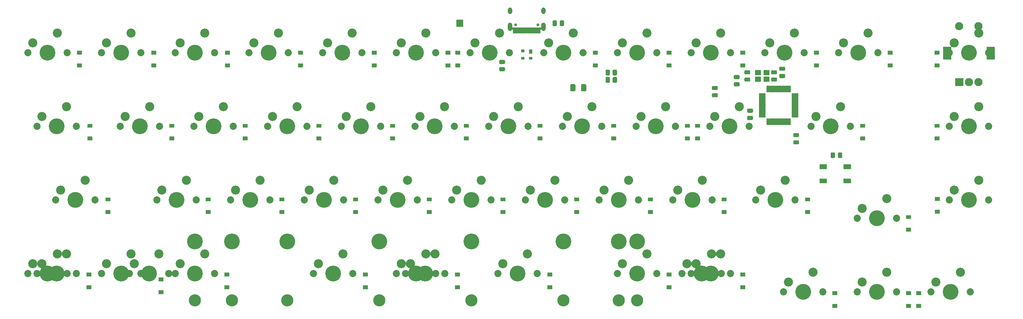
<source format=gbs>
G04 #@! TF.GenerationSoftware,KiCad,Pcbnew,5.1.8-db9833491~87~ubuntu20.04.1*
G04 #@! TF.CreationDate,2020-11-06T21:32:35-08:00*
G04 #@! TF.ProjectId,Program Yoink,50726f67-7261-46d2-9059-6f696e6b2e6b,rev?*
G04 #@! TF.SameCoordinates,Original*
G04 #@! TF.FileFunction,Soldermask,Bot*
G04 #@! TF.FilePolarity,Negative*
%FSLAX46Y46*%
G04 Gerber Fmt 4.6, Leading zero omitted, Abs format (unit mm)*
G04 Created by KiCad (PCBNEW 5.1.8-db9833491~87~ubuntu20.04.1) date 2020-11-06 21:32:35*
%MOMM*%
%LPD*%
G01*
G04 APERTURE LIST*
%ADD10C,0.752000*%
%ADD11O,1.102000X2.202000*%
%ADD12O,1.102000X1.702000*%
%ADD13C,2.352000*%
%ADD14C,4.089800*%
%ADD15C,1.852000*%
%ADD16C,2.102000*%
%ADD17C,3.150000*%
%ADD18C,0.100000*%
G04 APERTURE END LIST*
G36*
G01*
X-301000Y255867000D02*
X-301000Y257317000D01*
G75*
G02*
X-250000Y257368000I51000J0D01*
G01*
X350000Y257368000D01*
G75*
G02*
X401000Y257317000I0J-51000D01*
G01*
X401000Y255867000D01*
G75*
G02*
X350000Y255816000I-51000J0D01*
G01*
X-250000Y255816000D01*
G75*
G02*
X-301000Y255867000I0J51000D01*
G01*
G37*
G36*
G01*
X-6751000Y255867000D02*
X-6751000Y257317000D01*
G75*
G02*
X-6700000Y257368000I51000J0D01*
G01*
X-6100000Y257368000D01*
G75*
G02*
X-6049000Y257317000I0J-51000D01*
G01*
X-6049000Y255867000D01*
G75*
G02*
X-6100000Y255816000I-51000J0D01*
G01*
X-6700000Y255816000D01*
G75*
G02*
X-6751000Y255867000I0J51000D01*
G01*
G37*
G36*
G01*
X-1076000Y255867000D02*
X-1076000Y257317000D01*
G75*
G02*
X-1025000Y257368000I51000J0D01*
G01*
X-425000Y257368000D01*
G75*
G02*
X-374000Y257317000I0J-51000D01*
G01*
X-374000Y255867000D01*
G75*
G02*
X-425000Y255816000I-51000J0D01*
G01*
X-1025000Y255816000D01*
G75*
G02*
X-1076000Y255867000I0J51000D01*
G01*
G37*
G36*
G01*
X-5976000Y255867000D02*
X-5976000Y257317000D01*
G75*
G02*
X-5925000Y257368000I51000J0D01*
G01*
X-5325000Y257368000D01*
G75*
G02*
X-5274000Y257317000I0J-51000D01*
G01*
X-5274000Y255867000D01*
G75*
G02*
X-5325000Y255816000I-51000J0D01*
G01*
X-5925000Y255816000D01*
G75*
G02*
X-5976000Y255867000I0J51000D01*
G01*
G37*
G36*
G01*
X-5126000Y255867000D02*
X-5126000Y257317000D01*
G75*
G02*
X-5075000Y257368000I51000J0D01*
G01*
X-4775000Y257368000D01*
G75*
G02*
X-4724000Y257317000I0J-51000D01*
G01*
X-4724000Y255867000D01*
G75*
G02*
X-4775000Y255816000I-51000J0D01*
G01*
X-5075000Y255816000D01*
G75*
G02*
X-5126000Y255867000I0J51000D01*
G01*
G37*
G36*
G01*
X-1626000Y255867000D02*
X-1626000Y257317000D01*
G75*
G02*
X-1575000Y257368000I51000J0D01*
G01*
X-1275000Y257368000D01*
G75*
G02*
X-1224000Y257317000I0J-51000D01*
G01*
X-1224000Y255867000D01*
G75*
G02*
X-1275000Y255816000I-51000J0D01*
G01*
X-1575000Y255816000D01*
G75*
G02*
X-1626000Y255867000I0J51000D01*
G01*
G37*
G36*
G01*
X-4626000Y255867000D02*
X-4626000Y257317000D01*
G75*
G02*
X-4575000Y257368000I51000J0D01*
G01*
X-4275000Y257368000D01*
G75*
G02*
X-4224000Y257317000I0J-51000D01*
G01*
X-4224000Y255867000D01*
G75*
G02*
X-4275000Y255816000I-51000J0D01*
G01*
X-4575000Y255816000D01*
G75*
G02*
X-4626000Y255867000I0J51000D01*
G01*
G37*
G36*
G01*
X-2126000Y255867000D02*
X-2126000Y257317000D01*
G75*
G02*
X-2075000Y257368000I51000J0D01*
G01*
X-1775000Y257368000D01*
G75*
G02*
X-1724000Y257317000I0J-51000D01*
G01*
X-1724000Y255867000D01*
G75*
G02*
X-1775000Y255816000I-51000J0D01*
G01*
X-2075000Y255816000D01*
G75*
G02*
X-2126000Y255867000I0J51000D01*
G01*
G37*
G36*
G01*
X-4126000Y255867000D02*
X-4126000Y257317000D01*
G75*
G02*
X-4075000Y257368000I51000J0D01*
G01*
X-3775000Y257368000D01*
G75*
G02*
X-3724000Y257317000I0J-51000D01*
G01*
X-3724000Y255867000D01*
G75*
G02*
X-3775000Y255816000I-51000J0D01*
G01*
X-4075000Y255816000D01*
G75*
G02*
X-4126000Y255867000I0J51000D01*
G01*
G37*
G36*
G01*
X-2626000Y255867000D02*
X-2626000Y257317000D01*
G75*
G02*
X-2575000Y257368000I51000J0D01*
G01*
X-2275000Y257368000D01*
G75*
G02*
X-2224000Y257317000I0J-51000D01*
G01*
X-2224000Y255867000D01*
G75*
G02*
X-2275000Y255816000I-51000J0D01*
G01*
X-2575000Y255816000D01*
G75*
G02*
X-2626000Y255867000I0J51000D01*
G01*
G37*
G36*
G01*
X-3126000Y255867000D02*
X-3126000Y257317000D01*
G75*
G02*
X-3075000Y257368000I51000J0D01*
G01*
X-2775000Y257368000D01*
G75*
G02*
X-2724000Y257317000I0J-51000D01*
G01*
X-2724000Y255867000D01*
G75*
G02*
X-2775000Y255816000I-51000J0D01*
G01*
X-3075000Y255816000D01*
G75*
G02*
X-3126000Y255867000I0J51000D01*
G01*
G37*
G36*
G01*
X-3626000Y255867000D02*
X-3626000Y257317000D01*
G75*
G02*
X-3575000Y257368000I51000J0D01*
G01*
X-3275000Y257368000D01*
G75*
G02*
X-3224000Y257317000I0J-51000D01*
G01*
X-3224000Y255867000D01*
G75*
G02*
X-3275000Y255816000I-51000J0D01*
G01*
X-3575000Y255816000D01*
G75*
G02*
X-3626000Y255867000I0J51000D01*
G01*
G37*
D10*
X-285000Y258037000D03*
X-6065000Y258037000D03*
D11*
X-7495000Y257507000D03*
X1145000Y257507000D03*
D12*
X-7495000Y261687000D03*
X1145000Y261687000D03*
D13*
X8890000Y255905000D03*
D14*
X6350000Y250825000D03*
D13*
X2540000Y253365000D03*
D15*
X1270000Y250825000D03*
X11430000Y250825000D03*
G36*
G01*
X18343500Y246157624D02*
X18343500Y245205376D01*
G75*
G02*
X18068624Y244930500I-274876J0D01*
G01*
X17491376Y244930500D01*
G75*
G02*
X17216500Y245205376I0J274876D01*
G01*
X17216500Y246157624D01*
G75*
G02*
X17491376Y246432500I274876J0D01*
G01*
X18068624Y246432500D01*
G75*
G02*
X18343500Y246157624I0J-274876D01*
G01*
G37*
G36*
G01*
X20168500Y246157624D02*
X20168500Y245205376D01*
G75*
G02*
X19893624Y244930500I-274876J0D01*
G01*
X19316376Y244930500D01*
G75*
G02*
X19041500Y245205376I0J274876D01*
G01*
X19041500Y246157624D01*
G75*
G02*
X19316376Y246432500I274876J0D01*
G01*
X19893624Y246432500D01*
G75*
G02*
X20168500Y246157624I0J-274876D01*
G01*
G37*
G36*
G01*
X18343500Y244252624D02*
X18343500Y243300376D01*
G75*
G02*
X18068624Y243025500I-274876J0D01*
G01*
X17491376Y243025500D01*
G75*
G02*
X17216500Y243300376I0J274876D01*
G01*
X17216500Y244252624D01*
G75*
G02*
X17491376Y244527500I274876J0D01*
G01*
X18068624Y244527500D01*
G75*
G02*
X18343500Y244252624I0J-274876D01*
G01*
G37*
G36*
G01*
X20168500Y244252624D02*
X20168500Y243300376D01*
G75*
G02*
X19893624Y243025500I-274876J0D01*
G01*
X19316376Y243025500D01*
G75*
G02*
X19041500Y243300376I0J274876D01*
G01*
X19041500Y244252624D01*
G75*
G02*
X19316376Y244527500I274876J0D01*
G01*
X19893624Y244527500D01*
G75*
G02*
X20168500Y244252624I0J-274876D01*
G01*
G37*
G36*
G01*
X-21348000Y257595000D02*
X-21348000Y259295000D01*
G75*
G02*
X-21297000Y259346000I51000J0D01*
G01*
X-19597000Y259346000D01*
G75*
G02*
X-19546000Y259295000I0J-51000D01*
G01*
X-19546000Y257595000D01*
G75*
G02*
X-19597000Y257544000I-51000J0D01*
G01*
X-21297000Y257544000D01*
G75*
G02*
X-21348000Y257595000I0J51000D01*
G01*
G37*
D13*
X77946250Y236855000D03*
D14*
X75406250Y231775000D03*
D13*
X71596250Y234315000D03*
D15*
X70326250Y231775000D03*
X80486250Y231775000D03*
G36*
G01*
X76484500Y224763750D02*
X76484500Y223800250D01*
G75*
G02*
X76215250Y223531000I-269250J0D01*
G01*
X75676750Y223531000D01*
G75*
G02*
X75407500Y223800250I0J269250D01*
G01*
X75407500Y224763750D01*
G75*
G02*
X75676750Y225033000I269250J0D01*
G01*
X76215250Y225033000D01*
G75*
G02*
X76484500Y224763750I0J-269250D01*
G01*
G37*
G36*
G01*
X78359500Y224763750D02*
X78359500Y223800250D01*
G75*
G02*
X78090250Y223531000I-269250J0D01*
G01*
X77551750Y223531000D01*
G75*
G02*
X77282500Y223800250I0J269250D01*
G01*
X77282500Y224763750D01*
G75*
G02*
X77551750Y225033000I269250J0D01*
G01*
X78090250Y225033000D01*
G75*
G02*
X78359500Y224763750I0J-269250D01*
G01*
G37*
G36*
G01*
X-2509001Y251630000D02*
X-1808999Y251630000D01*
G75*
G02*
X-1758000Y251579001I0J-50999D01*
G01*
X-1758000Y250578999D01*
G75*
G02*
X-1808999Y250528000I-50999J0D01*
G01*
X-2509001Y250528000D01*
G75*
G02*
X-2560000Y250578999I0J50999D01*
G01*
X-2560000Y251579001D01*
G75*
G02*
X-2509001Y251630000I50999J0D01*
G01*
G37*
G36*
G01*
X-4509000Y251630000D02*
X-3809000Y251630000D01*
G75*
G02*
X-3758000Y251579000I0J-51000D01*
G01*
X-3758000Y250979000D01*
G75*
G02*
X-3809000Y250928000I-51000J0D01*
G01*
X-4509000Y250928000D01*
G75*
G02*
X-4560000Y250979000I0J51000D01*
G01*
X-4560000Y251579000D01*
G75*
G02*
X-4509000Y251630000I51000J0D01*
G01*
G37*
G36*
G01*
X-2509000Y249730000D02*
X-1809000Y249730000D01*
G75*
G02*
X-1758000Y249679000I0J-51000D01*
G01*
X-1758000Y249079000D01*
G75*
G02*
X-1809000Y249028000I-51000J0D01*
G01*
X-2509000Y249028000D01*
G75*
G02*
X-2560000Y249079000I0J51000D01*
G01*
X-2560000Y249679000D01*
G75*
G02*
X-2509000Y249730000I51000J0D01*
G01*
G37*
G36*
G01*
X-4509000Y249730000D02*
X-3809000Y249730000D01*
G75*
G02*
X-3758000Y249679000I0J-51000D01*
G01*
X-3758000Y249079000D01*
G75*
G02*
X-3809000Y249028000I-51000J0D01*
G01*
X-4509000Y249028000D01*
G75*
G02*
X-4560000Y249079000I0J51000D01*
G01*
X-4560000Y249679000D01*
G75*
G02*
X-4509000Y249730000I51000J0D01*
G01*
G37*
G36*
G01*
X4602500Y258926750D02*
X4602500Y257963250D01*
G75*
G02*
X4333250Y257694000I-269250J0D01*
G01*
X3794750Y257694000D01*
G75*
G02*
X3525500Y257963250I0J269250D01*
G01*
X3525500Y258926750D01*
G75*
G02*
X3794750Y259196000I269250J0D01*
G01*
X4333250Y259196000D01*
G75*
G02*
X4602500Y258926750I0J-269250D01*
G01*
G37*
G36*
G01*
X6477500Y258926750D02*
X6477500Y257963250D01*
G75*
G02*
X6208250Y257694000I-269250J0D01*
G01*
X5669750Y257694000D01*
G75*
G02*
X5400500Y257963250I0J269250D01*
G01*
X5400500Y258926750D01*
G75*
G02*
X5669750Y259196000I269250J0D01*
G01*
X6208250Y259196000D01*
G75*
G02*
X6477500Y258926750I0J-269250D01*
G01*
G37*
G36*
G01*
X-9043250Y247873500D02*
X-10006750Y247873500D01*
G75*
G02*
X-10276000Y248142750I0J269250D01*
G01*
X-10276000Y248681250D01*
G75*
G02*
X-10006750Y248950500I269250J0D01*
G01*
X-9043250Y248950500D01*
G75*
G02*
X-8774000Y248681250I0J-269250D01*
G01*
X-8774000Y248142750D01*
G75*
G02*
X-9043250Y247873500I-269250J0D01*
G01*
G37*
G36*
G01*
X-9043250Y245998500D02*
X-10006750Y245998500D01*
G75*
G02*
X-10276000Y246267750I0J269250D01*
G01*
X-10276000Y246806250D01*
G75*
G02*
X-10006750Y247075500I269250J0D01*
G01*
X-9043250Y247075500D01*
G75*
G02*
X-8774000Y246806250I0J-269250D01*
G01*
X-8774000Y246267750D01*
G75*
G02*
X-9043250Y245998500I-269250J0D01*
G01*
G37*
G36*
G01*
X9433000Y242400100D02*
X9433000Y241088900D01*
G75*
G02*
X9162600Y240818500I-270400J0D01*
G01*
X8351400Y240818500D01*
G75*
G02*
X8081000Y241088900I0J270400D01*
G01*
X8081000Y242400100D01*
G75*
G02*
X8351400Y242670500I270400J0D01*
G01*
X9162600Y242670500D01*
G75*
G02*
X9433000Y242400100I0J-270400D01*
G01*
G37*
G36*
G01*
X12233000Y242400100D02*
X12233000Y241088900D01*
G75*
G02*
X11962600Y240818500I-270400J0D01*
G01*
X11151400Y240818500D01*
G75*
G02*
X10881000Y241088900I0J270400D01*
G01*
X10881000Y242400100D01*
G75*
G02*
X11151400Y242670500I270400J0D01*
G01*
X11962600Y242670500D01*
G75*
G02*
X12233000Y242400100I0J-270400D01*
G01*
G37*
G36*
G01*
X55839658Y243356222D02*
X55839658Y244556224D01*
G75*
G02*
X55890657Y244607223I50999J0D01*
G01*
X57290659Y244607223D01*
G75*
G02*
X57341658Y244556224I0J-50999D01*
G01*
X57341658Y243356222D01*
G75*
G02*
X57290659Y243305223I-50999J0D01*
G01*
X55890657Y243305223D01*
G75*
G02*
X55839658Y243356222I0J50999D01*
G01*
G37*
G36*
G01*
X58039658Y243356222D02*
X58039658Y244556224D01*
G75*
G02*
X58090657Y244607223I50999J0D01*
G01*
X59490659Y244607223D01*
G75*
G02*
X59541658Y244556224I0J-50999D01*
G01*
X59541658Y243356222D01*
G75*
G02*
X59490659Y243305223I-50999J0D01*
G01*
X58090657Y243305223D01*
G75*
G02*
X58039658Y243356222I0J50999D01*
G01*
G37*
G36*
G01*
X58039658Y245056222D02*
X58039658Y246256224D01*
G75*
G02*
X58090657Y246307223I50999J0D01*
G01*
X59490659Y246307223D01*
G75*
G02*
X59541658Y246256224I0J-50999D01*
G01*
X59541658Y245056222D01*
G75*
G02*
X59490659Y245005223I-50999J0D01*
G01*
X58090657Y245005223D01*
G75*
G02*
X58039658Y245056222I0J50999D01*
G01*
G37*
G36*
G01*
X55839658Y245056222D02*
X55839658Y246256224D01*
G75*
G02*
X55890657Y246307223I50999J0D01*
G01*
X57290659Y246307223D01*
G75*
G02*
X57341658Y246256224I0J-50999D01*
G01*
X57341658Y245056222D01*
G75*
G02*
X57290659Y245005223I-50999J0D01*
G01*
X55890657Y245005223D01*
G75*
G02*
X55839658Y245056222I0J50999D01*
G01*
G37*
G36*
G01*
X72530000Y220756000D02*
X72530000Y221856000D01*
G75*
G02*
X72581000Y221907000I51000J0D01*
G01*
X74381000Y221907000D01*
G75*
G02*
X74432000Y221856000I0J-51000D01*
G01*
X74432000Y220756000D01*
G75*
G02*
X74381000Y220705000I-51000J0D01*
G01*
X72581000Y220705000D01*
G75*
G02*
X72530000Y220756000I0J51000D01*
G01*
G37*
G36*
G01*
X78730000Y217056000D02*
X78730000Y218156000D01*
G75*
G02*
X78781000Y218207000I51000J0D01*
G01*
X80581000Y218207000D01*
G75*
G02*
X80632000Y218156000I0J-51000D01*
G01*
X80632000Y217056000D01*
G75*
G02*
X80581000Y217005000I-51000J0D01*
G01*
X78781000Y217005000D01*
G75*
G02*
X78730000Y217056000I0J51000D01*
G01*
G37*
G36*
G01*
X72530000Y217056000D02*
X72530000Y218156000D01*
G75*
G02*
X72581000Y218207000I51000J0D01*
G01*
X74381000Y218207000D01*
G75*
G02*
X74432000Y218156000I0J-51000D01*
G01*
X74432000Y217056000D01*
G75*
G02*
X74381000Y217005000I-51000J0D01*
G01*
X72581000Y217005000D01*
G75*
G02*
X72530000Y217056000I0J51000D01*
G01*
G37*
G36*
G01*
X78730000Y220756000D02*
X78730000Y221856000D01*
G75*
G02*
X78781000Y221907000I51000J0D01*
G01*
X80581000Y221907000D01*
G75*
G02*
X80632000Y221856000I0J-51000D01*
G01*
X80632000Y220756000D01*
G75*
G02*
X80581000Y220705000I-51000J0D01*
G01*
X78781000Y220705000D01*
G75*
G02*
X78730000Y220756000I0J51000D01*
G01*
G37*
G36*
G01*
X109638400Y242147000D02*
X107638400Y242147000D01*
G75*
G02*
X107587400Y242198000I0J51000D01*
G01*
X107587400Y244198000D01*
G75*
G02*
X107638400Y244249000I51000J0D01*
G01*
X109638400Y244249000D01*
G75*
G02*
X109689400Y244198000I0J-51000D01*
G01*
X109689400Y242198000D01*
G75*
G02*
X109638400Y242147000I-51000J0D01*
G01*
G37*
D16*
X111138400Y243198000D03*
X113638400Y243198000D03*
G36*
G01*
X106538400Y249047000D02*
X104538400Y249047000D01*
G75*
G02*
X104487400Y249098000I0J51000D01*
G01*
X104487400Y252298000D01*
G75*
G02*
X104538400Y252349000I51000J0D01*
G01*
X106538400Y252349000D01*
G75*
G02*
X106589400Y252298000I0J-51000D01*
G01*
X106589400Y249098000D01*
G75*
G02*
X106538400Y249047000I-51000J0D01*
G01*
G37*
G36*
G01*
X117738400Y249047000D02*
X115738400Y249047000D01*
G75*
G02*
X115687400Y249098000I0J51000D01*
G01*
X115687400Y252298000D01*
G75*
G02*
X115738400Y252349000I51000J0D01*
G01*
X117738400Y252349000D01*
G75*
G02*
X117789400Y252298000I0J-51000D01*
G01*
X117789400Y249098000D01*
G75*
G02*
X117738400Y249047000I-51000J0D01*
G01*
G37*
X108638400Y257698000D03*
X113638400Y257698000D03*
G36*
G01*
X66002750Y228152500D02*
X66966250Y228152500D01*
G75*
G02*
X67235500Y227883250I0J-269250D01*
G01*
X67235500Y227344750D01*
G75*
G02*
X66966250Y227075500I-269250J0D01*
G01*
X66002750Y227075500D01*
G75*
G02*
X65733500Y227344750I0J269250D01*
G01*
X65733500Y227883250D01*
G75*
G02*
X66002750Y228152500I269250J0D01*
G01*
G37*
G36*
G01*
X66002750Y230027500D02*
X66966250Y230027500D01*
G75*
G02*
X67235500Y229758250I0J-269250D01*
G01*
X67235500Y229219750D01*
G75*
G02*
X66966250Y228950500I-269250J0D01*
G01*
X66002750Y228950500D01*
G75*
G02*
X65733500Y229219750I0J269250D01*
G01*
X65733500Y229758250D01*
G75*
G02*
X66002750Y230027500I269250J0D01*
G01*
G37*
G36*
G01*
X44984250Y240344500D02*
X45947750Y240344500D01*
G75*
G02*
X46217000Y240075250I0J-269250D01*
G01*
X46217000Y239536750D01*
G75*
G02*
X45947750Y239267500I-269250J0D01*
G01*
X44984250Y239267500D01*
G75*
G02*
X44715000Y239536750I0J269250D01*
G01*
X44715000Y240075250D01*
G75*
G02*
X44984250Y240344500I269250J0D01*
G01*
G37*
G36*
G01*
X44984250Y242219500D02*
X45947750Y242219500D01*
G75*
G02*
X46217000Y241950250I0J-269250D01*
G01*
X46217000Y241411750D01*
G75*
G02*
X45947750Y241142500I-269250J0D01*
G01*
X44984250Y241142500D01*
G75*
G02*
X44715000Y241411750I0J269250D01*
G01*
X44715000Y241950250D01*
G75*
G02*
X44984250Y242219500I269250J0D01*
G01*
G37*
G36*
G01*
X51586550Y243961900D02*
X50623050Y243961900D01*
G75*
G02*
X50353800Y244231150I0J269250D01*
G01*
X50353800Y244769650D01*
G75*
G02*
X50623050Y245038900I269250J0D01*
G01*
X51586550Y245038900D01*
G75*
G02*
X51855800Y244769650I0J-269250D01*
G01*
X51855800Y244231150D01*
G75*
G02*
X51586550Y243961900I-269250J0D01*
G01*
G37*
G36*
G01*
X51586550Y242086900D02*
X50623050Y242086900D01*
G75*
G02*
X50353800Y242356150I0J269250D01*
G01*
X50353800Y242894650D01*
G75*
G02*
X50623050Y243163900I269250J0D01*
G01*
X51586550Y243163900D01*
G75*
G02*
X51855800Y242894650I0J-269250D01*
G01*
X51855800Y242356150D01*
G75*
G02*
X51586550Y242086900I-269250J0D01*
G01*
G37*
G36*
G01*
X63346750Y246129000D02*
X62383250Y246129000D01*
G75*
G02*
X62114000Y246398250I0J269250D01*
G01*
X62114000Y246936750D01*
G75*
G02*
X62383250Y247206000I269250J0D01*
G01*
X63346750Y247206000D01*
G75*
G02*
X63616000Y246936750I0J-269250D01*
G01*
X63616000Y246398250D01*
G75*
G02*
X63346750Y246129000I-269250J0D01*
G01*
G37*
G36*
G01*
X63346750Y244254000D02*
X62383250Y244254000D01*
G75*
G02*
X62114000Y244523250I0J269250D01*
G01*
X62114000Y245061750D01*
G75*
G02*
X62383250Y245331000I269250J0D01*
G01*
X63346750Y245331000D01*
G75*
G02*
X63616000Y245061750I0J-269250D01*
G01*
X63616000Y244523250D01*
G75*
G02*
X63346750Y244254000I-269250J0D01*
G01*
G37*
G36*
G01*
X54077450Y234477100D02*
X55040950Y234477100D01*
G75*
G02*
X55310200Y234207850I0J-269250D01*
G01*
X55310200Y233669350D01*
G75*
G02*
X55040950Y233400100I-269250J0D01*
G01*
X54077450Y233400100D01*
G75*
G02*
X53808200Y233669350I0J269250D01*
G01*
X53808200Y234207850D01*
G75*
G02*
X54077450Y234477100I269250J0D01*
G01*
G37*
G36*
G01*
X54077450Y236352100D02*
X55040950Y236352100D01*
G75*
G02*
X55310200Y236082850I0J-269250D01*
G01*
X55310200Y235544350D01*
G75*
G02*
X55040950Y235275100I-269250J0D01*
G01*
X54077450Y235275100D01*
G75*
G02*
X53808200Y235544350I0J269250D01*
G01*
X53808200Y236082850D01*
G75*
G02*
X54077450Y236352100I269250J0D01*
G01*
G37*
G36*
G01*
X61238550Y245206500D02*
X60275050Y245206500D01*
G75*
G02*
X60005800Y245475750I0J269250D01*
G01*
X60005800Y246014250D01*
G75*
G02*
X60275050Y246283500I269250J0D01*
G01*
X61238550Y246283500D01*
G75*
G02*
X61507800Y246014250I0J-269250D01*
G01*
X61507800Y245475750D01*
G75*
G02*
X61238550Y245206500I-269250J0D01*
G01*
G37*
G36*
G01*
X61238550Y243331500D02*
X60275050Y243331500D01*
G75*
G02*
X60005800Y243600750I0J269250D01*
G01*
X60005800Y244139250D01*
G75*
G02*
X60275050Y244408500I269250J0D01*
G01*
X61238550Y244408500D01*
G75*
G02*
X61507800Y244139250I0J-269250D01*
G01*
X61507800Y243600750D01*
G75*
G02*
X61238550Y243331500I-269250J0D01*
G01*
G37*
G36*
G01*
X53366250Y244408500D02*
X54329750Y244408500D01*
G75*
G02*
X54599000Y244139250I0J-269250D01*
G01*
X54599000Y243600750D01*
G75*
G02*
X54329750Y243331500I-269250J0D01*
G01*
X53366250Y243331500D01*
G75*
G02*
X53097000Y243600750I0J269250D01*
G01*
X53097000Y244139250D01*
G75*
G02*
X53366250Y244408500I269250J0D01*
G01*
G37*
G36*
G01*
X53366250Y246283500D02*
X54329750Y246283500D01*
G75*
G02*
X54599000Y246014250I0J-269250D01*
G01*
X54599000Y245475750D01*
G75*
G02*
X54329750Y245206500I-269250J0D01*
G01*
X53366250Y245206500D01*
G75*
G02*
X53097000Y245475750I0J269250D01*
G01*
X53097000Y246014250D01*
G75*
G02*
X53366250Y246283500I269250J0D01*
G01*
G37*
G36*
G01*
X58535505Y240253497D02*
X58535505Y239703497D01*
G75*
G02*
X58484505Y239652497I-51000J0D01*
G01*
X56884505Y239652497D01*
G75*
G02*
X56833505Y239703497I0J51000D01*
G01*
X56833505Y240253497D01*
G75*
G02*
X56884505Y240304497I51000J0D01*
G01*
X58484505Y240304497D01*
G75*
G02*
X58535505Y240253497I0J-51000D01*
G01*
G37*
G36*
G01*
X58535505Y239453497D02*
X58535505Y238903497D01*
G75*
G02*
X58484505Y238852497I-51000J0D01*
G01*
X56884505Y238852497D01*
G75*
G02*
X56833505Y238903497I0J51000D01*
G01*
X56833505Y239453497D01*
G75*
G02*
X56884505Y239504497I51000J0D01*
G01*
X58484505Y239504497D01*
G75*
G02*
X58535505Y239453497I0J-51000D01*
G01*
G37*
G36*
G01*
X58535505Y238653497D02*
X58535505Y238103497D01*
G75*
G02*
X58484505Y238052497I-51000J0D01*
G01*
X56884505Y238052497D01*
G75*
G02*
X56833505Y238103497I0J51000D01*
G01*
X56833505Y238653497D01*
G75*
G02*
X56884505Y238704497I51000J0D01*
G01*
X58484505Y238704497D01*
G75*
G02*
X58535505Y238653497I0J-51000D01*
G01*
G37*
G36*
G01*
X58535505Y237853497D02*
X58535505Y237303497D01*
G75*
G02*
X58484505Y237252497I-51000J0D01*
G01*
X56884505Y237252497D01*
G75*
G02*
X56833505Y237303497I0J51000D01*
G01*
X56833505Y237853497D01*
G75*
G02*
X56884505Y237904497I51000J0D01*
G01*
X58484505Y237904497D01*
G75*
G02*
X58535505Y237853497I0J-51000D01*
G01*
G37*
G36*
G01*
X58535505Y237053497D02*
X58535505Y236503497D01*
G75*
G02*
X58484505Y236452497I-51000J0D01*
G01*
X56884505Y236452497D01*
G75*
G02*
X56833505Y236503497I0J51000D01*
G01*
X56833505Y237053497D01*
G75*
G02*
X56884505Y237104497I51000J0D01*
G01*
X58484505Y237104497D01*
G75*
G02*
X58535505Y237053497I0J-51000D01*
G01*
G37*
G36*
G01*
X58535505Y236253497D02*
X58535505Y235703497D01*
G75*
G02*
X58484505Y235652497I-51000J0D01*
G01*
X56884505Y235652497D01*
G75*
G02*
X56833505Y235703497I0J51000D01*
G01*
X56833505Y236253497D01*
G75*
G02*
X56884505Y236304497I51000J0D01*
G01*
X58484505Y236304497D01*
G75*
G02*
X58535505Y236253497I0J-51000D01*
G01*
G37*
G36*
G01*
X58535505Y235453497D02*
X58535505Y234903497D01*
G75*
G02*
X58484505Y234852497I-51000J0D01*
G01*
X56884505Y234852497D01*
G75*
G02*
X56833505Y234903497I0J51000D01*
G01*
X56833505Y235453497D01*
G75*
G02*
X56884505Y235504497I51000J0D01*
G01*
X58484505Y235504497D01*
G75*
G02*
X58535505Y235453497I0J-51000D01*
G01*
G37*
G36*
G01*
X58535505Y234653497D02*
X58535505Y234103497D01*
G75*
G02*
X58484505Y234052497I-51000J0D01*
G01*
X56884505Y234052497D01*
G75*
G02*
X56833505Y234103497I0J51000D01*
G01*
X56833505Y234653497D01*
G75*
G02*
X56884505Y234704497I51000J0D01*
G01*
X58484505Y234704497D01*
G75*
G02*
X58535505Y234653497I0J-51000D01*
G01*
G37*
G36*
G01*
X58859505Y233779497D02*
X59409505Y233779497D01*
G75*
G02*
X59460505Y233728497I0J-51000D01*
G01*
X59460505Y232128497D01*
G75*
G02*
X59409505Y232077497I-51000J0D01*
G01*
X58859505Y232077497D01*
G75*
G02*
X58808505Y232128497I0J51000D01*
G01*
X58808505Y233728497D01*
G75*
G02*
X58859505Y233779497I51000J0D01*
G01*
G37*
G36*
G01*
X59659505Y233779497D02*
X60209505Y233779497D01*
G75*
G02*
X60260505Y233728497I0J-51000D01*
G01*
X60260505Y232128497D01*
G75*
G02*
X60209505Y232077497I-51000J0D01*
G01*
X59659505Y232077497D01*
G75*
G02*
X59608505Y232128497I0J51000D01*
G01*
X59608505Y233728497D01*
G75*
G02*
X59659505Y233779497I51000J0D01*
G01*
G37*
G36*
G01*
X60459505Y233779497D02*
X61009505Y233779497D01*
G75*
G02*
X61060505Y233728497I0J-51000D01*
G01*
X61060505Y232128497D01*
G75*
G02*
X61009505Y232077497I-51000J0D01*
G01*
X60459505Y232077497D01*
G75*
G02*
X60408505Y232128497I0J51000D01*
G01*
X60408505Y233728497D01*
G75*
G02*
X60459505Y233779497I51000J0D01*
G01*
G37*
G36*
G01*
X61259505Y233779497D02*
X61809505Y233779497D01*
G75*
G02*
X61860505Y233728497I0J-51000D01*
G01*
X61860505Y232128497D01*
G75*
G02*
X61809505Y232077497I-51000J0D01*
G01*
X61259505Y232077497D01*
G75*
G02*
X61208505Y232128497I0J51000D01*
G01*
X61208505Y233728497D01*
G75*
G02*
X61259505Y233779497I51000J0D01*
G01*
G37*
G36*
G01*
X62059505Y233779497D02*
X62609505Y233779497D01*
G75*
G02*
X62660505Y233728497I0J-51000D01*
G01*
X62660505Y232128497D01*
G75*
G02*
X62609505Y232077497I-51000J0D01*
G01*
X62059505Y232077497D01*
G75*
G02*
X62008505Y232128497I0J51000D01*
G01*
X62008505Y233728497D01*
G75*
G02*
X62059505Y233779497I51000J0D01*
G01*
G37*
G36*
G01*
X62859505Y233779497D02*
X63409505Y233779497D01*
G75*
G02*
X63460505Y233728497I0J-51000D01*
G01*
X63460505Y232128497D01*
G75*
G02*
X63409505Y232077497I-51000J0D01*
G01*
X62859505Y232077497D01*
G75*
G02*
X62808505Y232128497I0J51000D01*
G01*
X62808505Y233728497D01*
G75*
G02*
X62859505Y233779497I51000J0D01*
G01*
G37*
G36*
G01*
X63659505Y233779497D02*
X64209505Y233779497D01*
G75*
G02*
X64260505Y233728497I0J-51000D01*
G01*
X64260505Y232128497D01*
G75*
G02*
X64209505Y232077497I-51000J0D01*
G01*
X63659505Y232077497D01*
G75*
G02*
X63608505Y232128497I0J51000D01*
G01*
X63608505Y233728497D01*
G75*
G02*
X63659505Y233779497I51000J0D01*
G01*
G37*
G36*
G01*
X64459505Y233779497D02*
X65009505Y233779497D01*
G75*
G02*
X65060505Y233728497I0J-51000D01*
G01*
X65060505Y232128497D01*
G75*
G02*
X65009505Y232077497I-51000J0D01*
G01*
X64459505Y232077497D01*
G75*
G02*
X64408505Y232128497I0J51000D01*
G01*
X64408505Y233728497D01*
G75*
G02*
X64459505Y233779497I51000J0D01*
G01*
G37*
G36*
G01*
X67035505Y234653497D02*
X67035505Y234103497D01*
G75*
G02*
X66984505Y234052497I-51000J0D01*
G01*
X65384505Y234052497D01*
G75*
G02*
X65333505Y234103497I0J51000D01*
G01*
X65333505Y234653497D01*
G75*
G02*
X65384505Y234704497I51000J0D01*
G01*
X66984505Y234704497D01*
G75*
G02*
X67035505Y234653497I0J-51000D01*
G01*
G37*
G36*
G01*
X67035505Y235453497D02*
X67035505Y234903497D01*
G75*
G02*
X66984505Y234852497I-51000J0D01*
G01*
X65384505Y234852497D01*
G75*
G02*
X65333505Y234903497I0J51000D01*
G01*
X65333505Y235453497D01*
G75*
G02*
X65384505Y235504497I51000J0D01*
G01*
X66984505Y235504497D01*
G75*
G02*
X67035505Y235453497I0J-51000D01*
G01*
G37*
G36*
G01*
X67035505Y236253497D02*
X67035505Y235703497D01*
G75*
G02*
X66984505Y235652497I-51000J0D01*
G01*
X65384505Y235652497D01*
G75*
G02*
X65333505Y235703497I0J51000D01*
G01*
X65333505Y236253497D01*
G75*
G02*
X65384505Y236304497I51000J0D01*
G01*
X66984505Y236304497D01*
G75*
G02*
X67035505Y236253497I0J-51000D01*
G01*
G37*
G36*
G01*
X67035505Y237053497D02*
X67035505Y236503497D01*
G75*
G02*
X66984505Y236452497I-51000J0D01*
G01*
X65384505Y236452497D01*
G75*
G02*
X65333505Y236503497I0J51000D01*
G01*
X65333505Y237053497D01*
G75*
G02*
X65384505Y237104497I51000J0D01*
G01*
X66984505Y237104497D01*
G75*
G02*
X67035505Y237053497I0J-51000D01*
G01*
G37*
G36*
G01*
X67035505Y237853497D02*
X67035505Y237303497D01*
G75*
G02*
X66984505Y237252497I-51000J0D01*
G01*
X65384505Y237252497D01*
G75*
G02*
X65333505Y237303497I0J51000D01*
G01*
X65333505Y237853497D01*
G75*
G02*
X65384505Y237904497I51000J0D01*
G01*
X66984505Y237904497D01*
G75*
G02*
X67035505Y237853497I0J-51000D01*
G01*
G37*
G36*
G01*
X67035505Y238653497D02*
X67035505Y238103497D01*
G75*
G02*
X66984505Y238052497I-51000J0D01*
G01*
X65384505Y238052497D01*
G75*
G02*
X65333505Y238103497I0J51000D01*
G01*
X65333505Y238653497D01*
G75*
G02*
X65384505Y238704497I51000J0D01*
G01*
X66984505Y238704497D01*
G75*
G02*
X67035505Y238653497I0J-51000D01*
G01*
G37*
G36*
G01*
X67035505Y239453497D02*
X67035505Y238903497D01*
G75*
G02*
X66984505Y238852497I-51000J0D01*
G01*
X65384505Y238852497D01*
G75*
G02*
X65333505Y238903497I0J51000D01*
G01*
X65333505Y239453497D01*
G75*
G02*
X65384505Y239504497I51000J0D01*
G01*
X66984505Y239504497D01*
G75*
G02*
X67035505Y239453497I0J-51000D01*
G01*
G37*
G36*
G01*
X67035505Y240253497D02*
X67035505Y239703497D01*
G75*
G02*
X66984505Y239652497I-51000J0D01*
G01*
X65384505Y239652497D01*
G75*
G02*
X65333505Y239703497I0J51000D01*
G01*
X65333505Y240253497D01*
G75*
G02*
X65384505Y240304497I51000J0D01*
G01*
X66984505Y240304497D01*
G75*
G02*
X67035505Y240253497I0J-51000D01*
G01*
G37*
G36*
G01*
X64459505Y242279497D02*
X65009505Y242279497D01*
G75*
G02*
X65060505Y242228497I0J-51000D01*
G01*
X65060505Y240628497D01*
G75*
G02*
X65009505Y240577497I-51000J0D01*
G01*
X64459505Y240577497D01*
G75*
G02*
X64408505Y240628497I0J51000D01*
G01*
X64408505Y242228497D01*
G75*
G02*
X64459505Y242279497I51000J0D01*
G01*
G37*
G36*
G01*
X63659505Y242279497D02*
X64209505Y242279497D01*
G75*
G02*
X64260505Y242228497I0J-51000D01*
G01*
X64260505Y240628497D01*
G75*
G02*
X64209505Y240577497I-51000J0D01*
G01*
X63659505Y240577497D01*
G75*
G02*
X63608505Y240628497I0J51000D01*
G01*
X63608505Y242228497D01*
G75*
G02*
X63659505Y242279497I51000J0D01*
G01*
G37*
G36*
G01*
X62859505Y242279497D02*
X63409505Y242279497D01*
G75*
G02*
X63460505Y242228497I0J-51000D01*
G01*
X63460505Y240628497D01*
G75*
G02*
X63409505Y240577497I-51000J0D01*
G01*
X62859505Y240577497D01*
G75*
G02*
X62808505Y240628497I0J51000D01*
G01*
X62808505Y242228497D01*
G75*
G02*
X62859505Y242279497I51000J0D01*
G01*
G37*
G36*
G01*
X62059505Y242279497D02*
X62609505Y242279497D01*
G75*
G02*
X62660505Y242228497I0J-51000D01*
G01*
X62660505Y240628497D01*
G75*
G02*
X62609505Y240577497I-51000J0D01*
G01*
X62059505Y240577497D01*
G75*
G02*
X62008505Y240628497I0J51000D01*
G01*
X62008505Y242228497D01*
G75*
G02*
X62059505Y242279497I51000J0D01*
G01*
G37*
G36*
G01*
X61259505Y242279497D02*
X61809505Y242279497D01*
G75*
G02*
X61860505Y242228497I0J-51000D01*
G01*
X61860505Y240628497D01*
G75*
G02*
X61809505Y240577497I-51000J0D01*
G01*
X61259505Y240577497D01*
G75*
G02*
X61208505Y240628497I0J51000D01*
G01*
X61208505Y242228497D01*
G75*
G02*
X61259505Y242279497I51000J0D01*
G01*
G37*
G36*
G01*
X60459505Y242279497D02*
X61009505Y242279497D01*
G75*
G02*
X61060505Y242228497I0J-51000D01*
G01*
X61060505Y240628497D01*
G75*
G02*
X61009505Y240577497I-51000J0D01*
G01*
X60459505Y240577497D01*
G75*
G02*
X60408505Y240628497I0J51000D01*
G01*
X60408505Y242228497D01*
G75*
G02*
X60459505Y242279497I51000J0D01*
G01*
G37*
G36*
G01*
X59659505Y242279497D02*
X60209505Y242279497D01*
G75*
G02*
X60260505Y242228497I0J-51000D01*
G01*
X60260505Y240628497D01*
G75*
G02*
X60209505Y240577497I-51000J0D01*
G01*
X59659505Y240577497D01*
G75*
G02*
X59608505Y240628497I0J51000D01*
G01*
X59608505Y242228497D01*
G75*
G02*
X59659505Y242279497I51000J0D01*
G01*
G37*
G36*
G01*
X58859505Y242279497D02*
X59409505Y242279497D01*
G75*
G02*
X59460505Y242228497I0J-51000D01*
G01*
X59460505Y240628497D01*
G75*
G02*
X59409505Y240577497I-51000J0D01*
G01*
X58859505Y240577497D01*
G75*
G02*
X58808505Y240628497I0J51000D01*
G01*
X58808505Y242228497D01*
G75*
G02*
X58859505Y242279497I51000J0D01*
G01*
G37*
D13*
X70802500Y193992500D03*
D14*
X68262500Y188912500D03*
D13*
X64452500Y191452500D03*
D15*
X63182500Y188912500D03*
X73342500Y188912500D03*
G36*
G01*
X77054000Y188093000D02*
X75854000Y188093000D01*
G75*
G02*
X75803000Y188144000I0J51000D01*
G01*
X75803000Y189044000D01*
G75*
G02*
X75854000Y189095000I51000J0D01*
G01*
X77054000Y189095000D01*
G75*
G02*
X77105000Y189044000I0J-51000D01*
G01*
X77105000Y188144000D01*
G75*
G02*
X77054000Y188093000I-51000J0D01*
G01*
G37*
G36*
G01*
X77054000Y184793000D02*
X75854000Y184793000D01*
G75*
G02*
X75803000Y184844000I0J51000D01*
G01*
X75803000Y185744000D01*
G75*
G02*
X75854000Y185795000I51000J0D01*
G01*
X77054000Y185795000D01*
G75*
G02*
X77105000Y185744000I0J-51000D01*
G01*
X77105000Y184844000D01*
G75*
G02*
X77054000Y184793000I-51000J0D01*
G01*
G37*
D13*
X44608750Y198755000D03*
D14*
X42068750Y193675000D03*
D13*
X38258750Y196215000D03*
D15*
X36988750Y193675000D03*
X47148750Y193675000D03*
D13*
X-26828750Y198755000D03*
D14*
X-29368750Y193675000D03*
D13*
X-33178750Y196215000D03*
D15*
X-34448750Y193675000D03*
X-24288750Y193675000D03*
D17*
X-79368650Y186690000D03*
X20631150Y186690000D03*
D14*
X-79368650Y201930000D03*
X20631150Y201930000D03*
D13*
X-98266250Y198755000D03*
D14*
X-100806250Y193675000D03*
D13*
X-104616250Y196215000D03*
D15*
X-105886250Y193675000D03*
X-95726250Y193675000D03*
D13*
X-122078750Y198755000D03*
D14*
X-124618750Y193675000D03*
D13*
X-128428750Y196215000D03*
D15*
X-129698750Y193675000D03*
X-119538750Y193675000D03*
D13*
X108902500Y193992500D03*
D14*
X106362500Y188912500D03*
D13*
X102552500Y191452500D03*
D15*
X101282500Y188912500D03*
X111442500Y188912500D03*
D13*
X89852500Y193992500D03*
D14*
X87312500Y188912500D03*
D13*
X83502500Y191452500D03*
D15*
X82232500Y188912500D03*
X92392500Y188912500D03*
D13*
X46990000Y198755000D03*
D14*
X44450000Y193675000D03*
D13*
X40640000Y196215000D03*
D15*
X39370000Y193675000D03*
X49530000Y193675000D03*
D13*
X27940000Y198755000D03*
D14*
X25400000Y193675000D03*
D13*
X21590000Y196215000D03*
D15*
X20320000Y193675000D03*
X30480000Y193675000D03*
D13*
X-3016250Y198755000D03*
D14*
X-5556250Y193675000D03*
D13*
X-9366250Y196215000D03*
D15*
X-10636250Y193675000D03*
X-476250Y193675000D03*
D17*
X-17462500Y186690000D03*
X6350000Y186690000D03*
D14*
X-17462500Y201930000D03*
X6350000Y201930000D03*
D13*
X-29210000Y198755000D03*
D14*
X-31750000Y193675000D03*
D13*
X-35560000Y196215000D03*
D15*
X-36830000Y193675000D03*
X-26670000Y193675000D03*
D17*
X-88900000Y186690000D03*
X25400000Y186690000D03*
D14*
X-88900000Y201930000D03*
X25400000Y201930000D03*
D13*
X-50641250Y198755000D03*
D14*
X-53181250Y193675000D03*
D13*
X-56991250Y196215000D03*
D15*
X-58261250Y193675000D03*
X-48101250Y193675000D03*
D17*
X-65087500Y186690000D03*
X-41275000Y186690000D03*
D14*
X-65087500Y201930000D03*
X-41275000Y201930000D03*
D13*
X-86360000Y198755000D03*
D14*
X-88900000Y193675000D03*
D13*
X-92710000Y196215000D03*
D15*
X-93980000Y193675000D03*
X-83820000Y193675000D03*
D13*
X-105410000Y198755000D03*
D14*
X-107950000Y193675000D03*
D13*
X-111760000Y196215000D03*
D15*
X-113030000Y193675000D03*
X-102870000Y193675000D03*
D13*
X-124460000Y198755000D03*
D14*
X-127000000Y193675000D03*
D13*
X-130810000Y196215000D03*
D15*
X-132080000Y193675000D03*
X-121920000Y193675000D03*
D13*
X113665000Y217805000D03*
D14*
X111125000Y212725000D03*
D13*
X107315000Y215265000D03*
D15*
X106045000Y212725000D03*
X116205000Y212725000D03*
D13*
X89852500Y213042500D03*
D14*
X87312500Y207962500D03*
D13*
X83502500Y210502500D03*
D15*
X82232500Y207962500D03*
X92392500Y207962500D03*
D13*
X63658750Y217805000D03*
D14*
X61118750Y212725000D03*
D13*
X57308750Y215265000D03*
D15*
X56038750Y212725000D03*
X66198750Y212725000D03*
D13*
X42227500Y217805000D03*
D14*
X39687500Y212725000D03*
D13*
X35877500Y215265000D03*
D15*
X34607500Y212725000D03*
X44767500Y212725000D03*
D13*
X23177500Y217805000D03*
D14*
X20637500Y212725000D03*
D13*
X16827500Y215265000D03*
D15*
X15557500Y212725000D03*
X25717500Y212725000D03*
D13*
X4127500Y217805000D03*
D14*
X1587500Y212725000D03*
D13*
X-2222500Y215265000D03*
D15*
X-3492500Y212725000D03*
X6667500Y212725000D03*
D13*
X-14922500Y217805000D03*
D14*
X-17462500Y212725000D03*
D13*
X-21272500Y215265000D03*
D15*
X-22542500Y212725000D03*
X-12382500Y212725000D03*
D13*
X-33972500Y217805000D03*
D14*
X-36512500Y212725000D03*
D13*
X-40322500Y215265000D03*
D15*
X-41592500Y212725000D03*
X-31432500Y212725000D03*
D13*
X-53022500Y217805000D03*
D14*
X-55562500Y212725000D03*
D13*
X-59372500Y215265000D03*
D15*
X-60642500Y212725000D03*
X-50482500Y212725000D03*
D13*
X-72072500Y217805000D03*
D14*
X-74612500Y212725000D03*
D13*
X-78422500Y215265000D03*
D15*
X-79692500Y212725000D03*
X-69532500Y212725000D03*
D13*
X-91122500Y217805000D03*
D14*
X-93662500Y212725000D03*
D13*
X-97472500Y215265000D03*
D15*
X-98742500Y212725000D03*
X-88582500Y212725000D03*
D13*
X-117316250Y217805000D03*
D14*
X-119856250Y212725000D03*
D13*
X-123666250Y215265000D03*
D15*
X-124936250Y212725000D03*
X-114776250Y212725000D03*
D13*
X113665000Y236855000D03*
D14*
X111125000Y231775000D03*
D13*
X107315000Y234315000D03*
D15*
X106045000Y231775000D03*
X116205000Y231775000D03*
D13*
X51752500Y236855000D03*
D14*
X49212500Y231775000D03*
D13*
X45402500Y234315000D03*
D15*
X44132500Y231775000D03*
X54292500Y231775000D03*
D13*
X32702500Y236855000D03*
D14*
X30162500Y231775000D03*
D13*
X26352500Y234315000D03*
D15*
X25082500Y231775000D03*
X35242500Y231775000D03*
D13*
X13652500Y236855000D03*
D14*
X11112500Y231775000D03*
D13*
X7302500Y234315000D03*
D15*
X6032500Y231775000D03*
X16192500Y231775000D03*
D13*
X-5397500Y236855000D03*
D14*
X-7937500Y231775000D03*
D13*
X-11747500Y234315000D03*
D15*
X-13017500Y231775000D03*
X-2857500Y231775000D03*
D13*
X-24447500Y236855000D03*
D14*
X-26987500Y231775000D03*
D13*
X-30797500Y234315000D03*
D15*
X-32067500Y231775000D03*
X-21907500Y231775000D03*
D13*
X-43497500Y236855000D03*
D14*
X-46037500Y231775000D03*
D13*
X-49847500Y234315000D03*
D15*
X-51117500Y231775000D03*
X-40957500Y231775000D03*
D13*
X-62547500Y236855000D03*
D14*
X-65087500Y231775000D03*
D13*
X-68897500Y234315000D03*
D15*
X-70167500Y231775000D03*
X-60007500Y231775000D03*
D13*
X-81597500Y236855000D03*
D14*
X-84137500Y231775000D03*
D13*
X-87947500Y234315000D03*
D15*
X-89217500Y231775000D03*
X-79057500Y231775000D03*
D13*
X-100647500Y236855000D03*
D14*
X-103187500Y231775000D03*
D13*
X-106997500Y234315000D03*
D15*
X-108267500Y231775000D03*
X-98107500Y231775000D03*
D13*
X-122078750Y236855000D03*
D14*
X-124618750Y231775000D03*
D13*
X-128428750Y234315000D03*
D15*
X-129698750Y231775000D03*
X-119538750Y231775000D03*
G36*
G01*
X98771000Y188094000D02*
X97571000Y188094000D01*
G75*
G02*
X97520000Y188145000I0J51000D01*
G01*
X97520000Y189045000D01*
G75*
G02*
X97571000Y189096000I51000J0D01*
G01*
X98771000Y189096000D01*
G75*
G02*
X98822000Y189045000I0J-51000D01*
G01*
X98822000Y188145000D01*
G75*
G02*
X98771000Y188094000I-51000J0D01*
G01*
G37*
G36*
G01*
X98771000Y184794000D02*
X97571000Y184794000D01*
G75*
G02*
X97520000Y184845000I0J51000D01*
G01*
X97520000Y185745000D01*
G75*
G02*
X97571000Y185796000I51000J0D01*
G01*
X98771000Y185796000D01*
G75*
G02*
X98822000Y185745000I0J-51000D01*
G01*
X98822000Y184845000D01*
G75*
G02*
X98771000Y184794000I-51000J0D01*
G01*
G37*
G36*
G01*
X96104000Y188094000D02*
X94904000Y188094000D01*
G75*
G02*
X94853000Y188145000I0J51000D01*
G01*
X94853000Y189045000D01*
G75*
G02*
X94904000Y189096000I51000J0D01*
G01*
X96104000Y189096000D01*
G75*
G02*
X96155000Y189045000I0J-51000D01*
G01*
X96155000Y188145000D01*
G75*
G02*
X96104000Y188094000I-51000J0D01*
G01*
G37*
G36*
G01*
X96104000Y184794000D02*
X94904000Y184794000D01*
G75*
G02*
X94853000Y184845000I0J51000D01*
G01*
X94853000Y185745000D01*
G75*
G02*
X94904000Y185796000I51000J0D01*
G01*
X96104000Y185796000D01*
G75*
G02*
X96155000Y185745000I0J-51000D01*
G01*
X96155000Y184845000D01*
G75*
G02*
X96104000Y184794000I-51000J0D01*
G01*
G37*
G36*
G01*
X53305000Y192919000D02*
X52105000Y192919000D01*
G75*
G02*
X52054000Y192970000I0J51000D01*
G01*
X52054000Y193870000D01*
G75*
G02*
X52105000Y193921000I51000J0D01*
G01*
X53305000Y193921000D01*
G75*
G02*
X53356000Y193870000I0J-51000D01*
G01*
X53356000Y192970000D01*
G75*
G02*
X53305000Y192919000I-51000J0D01*
G01*
G37*
G36*
G01*
X53305000Y189619000D02*
X52105000Y189619000D01*
G75*
G02*
X52054000Y189670000I0J51000D01*
G01*
X52054000Y190570000D01*
G75*
G02*
X52105000Y190621000I51000J0D01*
G01*
X53305000Y190621000D01*
G75*
G02*
X53356000Y190570000I0J-51000D01*
G01*
X53356000Y189670000D01*
G75*
G02*
X53305000Y189619000I-51000J0D01*
G01*
G37*
G36*
G01*
X34255000Y192919000D02*
X33055000Y192919000D01*
G75*
G02*
X33004000Y192970000I0J51000D01*
G01*
X33004000Y193870000D01*
G75*
G02*
X33055000Y193921000I51000J0D01*
G01*
X34255000Y193921000D01*
G75*
G02*
X34306000Y193870000I0J-51000D01*
G01*
X34306000Y192970000D01*
G75*
G02*
X34255000Y192919000I-51000J0D01*
G01*
G37*
G36*
G01*
X34255000Y189619000D02*
X33055000Y189619000D01*
G75*
G02*
X33004000Y189670000I0J51000D01*
G01*
X33004000Y190570000D01*
G75*
G02*
X33055000Y190621000I51000J0D01*
G01*
X34255000Y190621000D01*
G75*
G02*
X34306000Y190570000I0J-51000D01*
G01*
X34306000Y189670000D01*
G75*
G02*
X34255000Y189619000I-51000J0D01*
G01*
G37*
G36*
G01*
X3394000Y192919000D02*
X2194000Y192919000D01*
G75*
G02*
X2143000Y192970000I0J51000D01*
G01*
X2143000Y193870000D01*
G75*
G02*
X2194000Y193921000I51000J0D01*
G01*
X3394000Y193921000D01*
G75*
G02*
X3445000Y193870000I0J-51000D01*
G01*
X3445000Y192970000D01*
G75*
G02*
X3394000Y192919000I-51000J0D01*
G01*
G37*
G36*
G01*
X3394000Y189619000D02*
X2194000Y189619000D01*
G75*
G02*
X2143000Y189670000I0J51000D01*
G01*
X2143000Y190570000D01*
G75*
G02*
X2194000Y190621000I51000J0D01*
G01*
X3394000Y190621000D01*
G75*
G02*
X3445000Y190570000I0J-51000D01*
G01*
X3445000Y189670000D01*
G75*
G02*
X3394000Y189619000I-51000J0D01*
G01*
G37*
G36*
G01*
X-20482000Y192919000D02*
X-21682000Y192919000D01*
G75*
G02*
X-21733000Y192970000I0J51000D01*
G01*
X-21733000Y193870000D01*
G75*
G02*
X-21682000Y193921000I51000J0D01*
G01*
X-20482000Y193921000D01*
G75*
G02*
X-20431000Y193870000I0J-51000D01*
G01*
X-20431000Y192970000D01*
G75*
G02*
X-20482000Y192919000I-51000J0D01*
G01*
G37*
G36*
G01*
X-20482000Y189619000D02*
X-21682000Y189619000D01*
G75*
G02*
X-21733000Y189670000I0J51000D01*
G01*
X-21733000Y190570000D01*
G75*
G02*
X-21682000Y190621000I51000J0D01*
G01*
X-20482000Y190621000D01*
G75*
G02*
X-20431000Y190570000I0J-51000D01*
G01*
X-20431000Y189670000D01*
G75*
G02*
X-20482000Y189619000I-51000J0D01*
G01*
G37*
G36*
G01*
X-44231000Y192919000D02*
X-45431000Y192919000D01*
G75*
G02*
X-45482000Y192970000I0J51000D01*
G01*
X-45482000Y193870000D01*
G75*
G02*
X-45431000Y193921000I51000J0D01*
G01*
X-44231000Y193921000D01*
G75*
G02*
X-44180000Y193870000I0J-51000D01*
G01*
X-44180000Y192970000D01*
G75*
G02*
X-44231000Y192919000I-51000J0D01*
G01*
G37*
G36*
G01*
X-44231000Y189619000D02*
X-45431000Y189619000D01*
G75*
G02*
X-45482000Y189670000I0J51000D01*
G01*
X-45482000Y190570000D01*
G75*
G02*
X-45431000Y190621000I51000J0D01*
G01*
X-44231000Y190621000D01*
G75*
G02*
X-44180000Y190570000I0J-51000D01*
G01*
X-44180000Y189670000D01*
G75*
G02*
X-44231000Y189619000I-51000J0D01*
G01*
G37*
G36*
G01*
X-80045000Y192919000D02*
X-81245000Y192919000D01*
G75*
G02*
X-81296000Y192970000I0J51000D01*
G01*
X-81296000Y193870000D01*
G75*
G02*
X-81245000Y193921000I51000J0D01*
G01*
X-80045000Y193921000D01*
G75*
G02*
X-79994000Y193870000I0J-51000D01*
G01*
X-79994000Y192970000D01*
G75*
G02*
X-80045000Y192919000I-51000J0D01*
G01*
G37*
G36*
G01*
X-80045000Y189619000D02*
X-81245000Y189619000D01*
G75*
G02*
X-81296000Y189670000I0J51000D01*
G01*
X-81296000Y190570000D01*
G75*
G02*
X-81245000Y190621000I51000J0D01*
G01*
X-80045000Y190621000D01*
G75*
G02*
X-79994000Y190570000I0J-51000D01*
G01*
X-79994000Y189670000D01*
G75*
G02*
X-80045000Y189619000I-51000J0D01*
G01*
G37*
G36*
G01*
X-97063000Y191648000D02*
X-98263000Y191648000D01*
G75*
G02*
X-98314000Y191699000I0J51000D01*
G01*
X-98314000Y192599000D01*
G75*
G02*
X-98263000Y192650000I51000J0D01*
G01*
X-97063000Y192650000D01*
G75*
G02*
X-97012000Y192599000I0J-51000D01*
G01*
X-97012000Y191699000D01*
G75*
G02*
X-97063000Y191648000I-51000J0D01*
G01*
G37*
G36*
G01*
X-97063000Y188348000D02*
X-98263000Y188348000D01*
G75*
G02*
X-98314000Y188399000I0J51000D01*
G01*
X-98314000Y189299000D01*
G75*
G02*
X-98263000Y189350000I51000J0D01*
G01*
X-97063000Y189350000D01*
G75*
G02*
X-97012000Y189299000I0J-51000D01*
G01*
X-97012000Y188399000D01*
G75*
G02*
X-97063000Y188348000I-51000J0D01*
G01*
G37*
G36*
G01*
X-115732000Y192920000D02*
X-116932000Y192920000D01*
G75*
G02*
X-116983000Y192971000I0J51000D01*
G01*
X-116983000Y193871000D01*
G75*
G02*
X-116932000Y193922000I51000J0D01*
G01*
X-115732000Y193922000D01*
G75*
G02*
X-115681000Y193871000I0J-51000D01*
G01*
X-115681000Y192971000D01*
G75*
G02*
X-115732000Y192920000I-51000J0D01*
G01*
G37*
G36*
G01*
X-115732000Y189620000D02*
X-116932000Y189620000D01*
G75*
G02*
X-116983000Y189671000I0J51000D01*
G01*
X-116983000Y190571000D01*
G75*
G02*
X-116932000Y190622000I51000J0D01*
G01*
X-115732000Y190622000D01*
G75*
G02*
X-115681000Y190571000I0J-51000D01*
G01*
X-115681000Y189671000D01*
G75*
G02*
X-115732000Y189620000I-51000J0D01*
G01*
G37*
G36*
G01*
X103597000Y212477000D02*
X102397000Y212477000D01*
G75*
G02*
X102346000Y212528000I0J51000D01*
G01*
X102346000Y213428000D01*
G75*
G02*
X102397000Y213479000I51000J0D01*
G01*
X103597000Y213479000D01*
G75*
G02*
X103648000Y213428000I0J-51000D01*
G01*
X103648000Y212528000D01*
G75*
G02*
X103597000Y212477000I-51000J0D01*
G01*
G37*
G36*
G01*
X103597000Y209177000D02*
X102397000Y209177000D01*
G75*
G02*
X102346000Y209228000I0J51000D01*
G01*
X102346000Y210128000D01*
G75*
G02*
X102397000Y210179000I51000J0D01*
G01*
X103597000Y210179000D01*
G75*
G02*
X103648000Y210128000I0J-51000D01*
G01*
X103648000Y209228000D01*
G75*
G02*
X103597000Y209177000I-51000J0D01*
G01*
G37*
G36*
G01*
X96104000Y207778000D02*
X94904000Y207778000D01*
G75*
G02*
X94853000Y207829000I0J51000D01*
G01*
X94853000Y208729000D01*
G75*
G02*
X94904000Y208780000I51000J0D01*
G01*
X96104000Y208780000D01*
G75*
G02*
X96155000Y208729000I0J-51000D01*
G01*
X96155000Y207829000D01*
G75*
G02*
X96104000Y207778000I-51000J0D01*
G01*
G37*
G36*
G01*
X96104000Y204478000D02*
X94904000Y204478000D01*
G75*
G02*
X94853000Y204529000I0J51000D01*
G01*
X94853000Y205429000D01*
G75*
G02*
X94904000Y205480000I51000J0D01*
G01*
X96104000Y205480000D01*
G75*
G02*
X96155000Y205429000I0J-51000D01*
G01*
X96155000Y204529000D01*
G75*
G02*
X96104000Y204478000I-51000J0D01*
G01*
G37*
G36*
G01*
X70069000Y212350000D02*
X68869000Y212350000D01*
G75*
G02*
X68818000Y212401000I0J51000D01*
G01*
X68818000Y213301000D01*
G75*
G02*
X68869000Y213352000I51000J0D01*
G01*
X70069000Y213352000D01*
G75*
G02*
X70120000Y213301000I0J-51000D01*
G01*
X70120000Y212401000D01*
G75*
G02*
X70069000Y212350000I-51000J0D01*
G01*
G37*
G36*
G01*
X70069000Y209050000D02*
X68869000Y209050000D01*
G75*
G02*
X68818000Y209101000I0J51000D01*
G01*
X68818000Y210001000D01*
G75*
G02*
X68869000Y210052000I51000J0D01*
G01*
X70069000Y210052000D01*
G75*
G02*
X70120000Y210001000I0J-51000D01*
G01*
X70120000Y209101000D01*
G75*
G02*
X70069000Y209050000I-51000J0D01*
G01*
G37*
G36*
G01*
X48479000Y212350000D02*
X47279000Y212350000D01*
G75*
G02*
X47228000Y212401000I0J51000D01*
G01*
X47228000Y213301000D01*
G75*
G02*
X47279000Y213352000I51000J0D01*
G01*
X48479000Y213352000D01*
G75*
G02*
X48530000Y213301000I0J-51000D01*
G01*
X48530000Y212401000D01*
G75*
G02*
X48479000Y212350000I-51000J0D01*
G01*
G37*
G36*
G01*
X48479000Y209050000D02*
X47279000Y209050000D01*
G75*
G02*
X47228000Y209101000I0J51000D01*
G01*
X47228000Y210001000D01*
G75*
G02*
X47279000Y210052000I51000J0D01*
G01*
X48479000Y210052000D01*
G75*
G02*
X48530000Y210001000I0J-51000D01*
G01*
X48530000Y209101000D01*
G75*
G02*
X48479000Y209050000I-51000J0D01*
G01*
G37*
G36*
G01*
X29429000Y212350000D02*
X28229000Y212350000D01*
G75*
G02*
X28178000Y212401000I0J51000D01*
G01*
X28178000Y213301000D01*
G75*
G02*
X28229000Y213352000I51000J0D01*
G01*
X29429000Y213352000D01*
G75*
G02*
X29480000Y213301000I0J-51000D01*
G01*
X29480000Y212401000D01*
G75*
G02*
X29429000Y212350000I-51000J0D01*
G01*
G37*
G36*
G01*
X29429000Y209050000D02*
X28229000Y209050000D01*
G75*
G02*
X28178000Y209101000I0J51000D01*
G01*
X28178000Y210001000D01*
G75*
G02*
X28229000Y210052000I51000J0D01*
G01*
X29429000Y210052000D01*
G75*
G02*
X29480000Y210001000I0J-51000D01*
G01*
X29480000Y209101000D01*
G75*
G02*
X29429000Y209050000I-51000J0D01*
G01*
G37*
G36*
G01*
X10379000Y212350000D02*
X9179000Y212350000D01*
G75*
G02*
X9128000Y212401000I0J51000D01*
G01*
X9128000Y213301000D01*
G75*
G02*
X9179000Y213352000I51000J0D01*
G01*
X10379000Y213352000D01*
G75*
G02*
X10430000Y213301000I0J-51000D01*
G01*
X10430000Y212401000D01*
G75*
G02*
X10379000Y212350000I-51000J0D01*
G01*
G37*
G36*
G01*
X10379000Y209050000D02*
X9179000Y209050000D01*
G75*
G02*
X9128000Y209101000I0J51000D01*
G01*
X9128000Y210001000D01*
G75*
G02*
X9179000Y210052000I51000J0D01*
G01*
X10379000Y210052000D01*
G75*
G02*
X10430000Y210001000I0J-51000D01*
G01*
X10430000Y209101000D01*
G75*
G02*
X10379000Y209050000I-51000J0D01*
G01*
G37*
G36*
G01*
X-8671000Y212350000D02*
X-9871000Y212350000D01*
G75*
G02*
X-9922000Y212401000I0J51000D01*
G01*
X-9922000Y213301000D01*
G75*
G02*
X-9871000Y213352000I51000J0D01*
G01*
X-8671000Y213352000D01*
G75*
G02*
X-8620000Y213301000I0J-51000D01*
G01*
X-8620000Y212401000D01*
G75*
G02*
X-8671000Y212350000I-51000J0D01*
G01*
G37*
G36*
G01*
X-8671000Y209050000D02*
X-9871000Y209050000D01*
G75*
G02*
X-9922000Y209101000I0J51000D01*
G01*
X-9922000Y210001000D01*
G75*
G02*
X-9871000Y210052000I51000J0D01*
G01*
X-8671000Y210052000D01*
G75*
G02*
X-8620000Y210001000I0J-51000D01*
G01*
X-8620000Y209101000D01*
G75*
G02*
X-8671000Y209050000I-51000J0D01*
G01*
G37*
G36*
G01*
X-27721000Y212350000D02*
X-28921000Y212350000D01*
G75*
G02*
X-28972000Y212401000I0J51000D01*
G01*
X-28972000Y213301000D01*
G75*
G02*
X-28921000Y213352000I51000J0D01*
G01*
X-27721000Y213352000D01*
G75*
G02*
X-27670000Y213301000I0J-51000D01*
G01*
X-27670000Y212401000D01*
G75*
G02*
X-27721000Y212350000I-51000J0D01*
G01*
G37*
G36*
G01*
X-27721000Y209050000D02*
X-28921000Y209050000D01*
G75*
G02*
X-28972000Y209101000I0J51000D01*
G01*
X-28972000Y210001000D01*
G75*
G02*
X-28921000Y210052000I51000J0D01*
G01*
X-27721000Y210052000D01*
G75*
G02*
X-27670000Y210001000I0J-51000D01*
G01*
X-27670000Y209101000D01*
G75*
G02*
X-27721000Y209050000I-51000J0D01*
G01*
G37*
G36*
G01*
X-46771000Y212350000D02*
X-47971000Y212350000D01*
G75*
G02*
X-48022000Y212401000I0J51000D01*
G01*
X-48022000Y213301000D01*
G75*
G02*
X-47971000Y213352000I51000J0D01*
G01*
X-46771000Y213352000D01*
G75*
G02*
X-46720000Y213301000I0J-51000D01*
G01*
X-46720000Y212401000D01*
G75*
G02*
X-46771000Y212350000I-51000J0D01*
G01*
G37*
G36*
G01*
X-46771000Y209050000D02*
X-47971000Y209050000D01*
G75*
G02*
X-48022000Y209101000I0J51000D01*
G01*
X-48022000Y210001000D01*
G75*
G02*
X-47971000Y210052000I51000J0D01*
G01*
X-46771000Y210052000D01*
G75*
G02*
X-46720000Y210001000I0J-51000D01*
G01*
X-46720000Y209101000D01*
G75*
G02*
X-46771000Y209050000I-51000J0D01*
G01*
G37*
G36*
G01*
X-65821000Y212350000D02*
X-67021000Y212350000D01*
G75*
G02*
X-67072000Y212401000I0J51000D01*
G01*
X-67072000Y213301000D01*
G75*
G02*
X-67021000Y213352000I51000J0D01*
G01*
X-65821000Y213352000D01*
G75*
G02*
X-65770000Y213301000I0J-51000D01*
G01*
X-65770000Y212401000D01*
G75*
G02*
X-65821000Y212350000I-51000J0D01*
G01*
G37*
G36*
G01*
X-65821000Y209050000D02*
X-67021000Y209050000D01*
G75*
G02*
X-67072000Y209101000I0J51000D01*
G01*
X-67072000Y210001000D01*
G75*
G02*
X-67021000Y210052000I51000J0D01*
G01*
X-65821000Y210052000D01*
G75*
G02*
X-65770000Y210001000I0J-51000D01*
G01*
X-65770000Y209101000D01*
G75*
G02*
X-65821000Y209050000I-51000J0D01*
G01*
G37*
G36*
G01*
X-84871000Y212350000D02*
X-86071000Y212350000D01*
G75*
G02*
X-86122000Y212401000I0J51000D01*
G01*
X-86122000Y213301000D01*
G75*
G02*
X-86071000Y213352000I51000J0D01*
G01*
X-84871000Y213352000D01*
G75*
G02*
X-84820000Y213301000I0J-51000D01*
G01*
X-84820000Y212401000D01*
G75*
G02*
X-84871000Y212350000I-51000J0D01*
G01*
G37*
G36*
G01*
X-84871000Y209050000D02*
X-86071000Y209050000D01*
G75*
G02*
X-86122000Y209101000I0J51000D01*
G01*
X-86122000Y210001000D01*
G75*
G02*
X-86071000Y210052000I51000J0D01*
G01*
X-84871000Y210052000D01*
G75*
G02*
X-84820000Y210001000I0J-51000D01*
G01*
X-84820000Y209101000D01*
G75*
G02*
X-84871000Y209050000I-51000J0D01*
G01*
G37*
G36*
G01*
X-110779000Y212350000D02*
X-111979000Y212350000D01*
G75*
G02*
X-112030000Y212401000I0J51000D01*
G01*
X-112030000Y213301000D01*
G75*
G02*
X-111979000Y213352000I51000J0D01*
G01*
X-110779000Y213352000D01*
G75*
G02*
X-110728000Y213301000I0J-51000D01*
G01*
X-110728000Y212401000D01*
G75*
G02*
X-110779000Y212350000I-51000J0D01*
G01*
G37*
G36*
G01*
X-110779000Y209050000D02*
X-111979000Y209050000D01*
G75*
G02*
X-112030000Y209101000I0J51000D01*
G01*
X-112030000Y210001000D01*
G75*
G02*
X-111979000Y210052000I51000J0D01*
G01*
X-110779000Y210052000D01*
G75*
G02*
X-110728000Y210001000I0J-51000D01*
G01*
X-110728000Y209101000D01*
G75*
G02*
X-110779000Y209050000I-51000J0D01*
G01*
G37*
G36*
G01*
X103495400Y231401000D02*
X102295400Y231401000D01*
G75*
G02*
X102244400Y231452000I0J51000D01*
G01*
X102244400Y232352000D01*
G75*
G02*
X102295400Y232403000I51000J0D01*
G01*
X103495400Y232403000D01*
G75*
G02*
X103546400Y232352000I0J-51000D01*
G01*
X103546400Y231452000D01*
G75*
G02*
X103495400Y231401000I-51000J0D01*
G01*
G37*
G36*
G01*
X103495400Y228101000D02*
X102295400Y228101000D01*
G75*
G02*
X102244400Y228152000I0J51000D01*
G01*
X102244400Y229052000D01*
G75*
G02*
X102295400Y229103000I51000J0D01*
G01*
X103495400Y229103000D01*
G75*
G02*
X103546400Y229052000I0J-51000D01*
G01*
X103546400Y228152000D01*
G75*
G02*
X103495400Y228101000I-51000J0D01*
G01*
G37*
G36*
G01*
X84293000Y231400000D02*
X83093000Y231400000D01*
G75*
G02*
X83042000Y231451000I0J51000D01*
G01*
X83042000Y232351000D01*
G75*
G02*
X83093000Y232402000I51000J0D01*
G01*
X84293000Y232402000D01*
G75*
G02*
X84344000Y232351000I0J-51000D01*
G01*
X84344000Y231451000D01*
G75*
G02*
X84293000Y231400000I-51000J0D01*
G01*
G37*
G36*
G01*
X84293000Y228100000D02*
X83093000Y228100000D01*
G75*
G02*
X83042000Y228151000I0J51000D01*
G01*
X83042000Y229051000D01*
G75*
G02*
X83093000Y229102000I51000J0D01*
G01*
X84293000Y229102000D01*
G75*
G02*
X84344000Y229051000I0J-51000D01*
G01*
X84344000Y228151000D01*
G75*
G02*
X84293000Y228100000I-51000J0D01*
G01*
G37*
G36*
G01*
X41621000Y231400000D02*
X40421000Y231400000D01*
G75*
G02*
X40370000Y231451000I0J51000D01*
G01*
X40370000Y232351000D01*
G75*
G02*
X40421000Y232402000I51000J0D01*
G01*
X41621000Y232402000D01*
G75*
G02*
X41672000Y232351000I0J-51000D01*
G01*
X41672000Y231451000D01*
G75*
G02*
X41621000Y231400000I-51000J0D01*
G01*
G37*
G36*
G01*
X41621000Y228100000D02*
X40421000Y228100000D01*
G75*
G02*
X40370000Y228151000I0J51000D01*
G01*
X40370000Y229051000D01*
G75*
G02*
X40421000Y229102000I51000J0D01*
G01*
X41621000Y229102000D01*
G75*
G02*
X41672000Y229051000I0J-51000D01*
G01*
X41672000Y228151000D01*
G75*
G02*
X41621000Y228100000I-51000J0D01*
G01*
G37*
G36*
G01*
X38954000Y231400000D02*
X37754000Y231400000D01*
G75*
G02*
X37703000Y231451000I0J51000D01*
G01*
X37703000Y232351000D01*
G75*
G02*
X37754000Y232402000I51000J0D01*
G01*
X38954000Y232402000D01*
G75*
G02*
X39005000Y232351000I0J-51000D01*
G01*
X39005000Y231451000D01*
G75*
G02*
X38954000Y231400000I-51000J0D01*
G01*
G37*
G36*
G01*
X38954000Y228100000D02*
X37754000Y228100000D01*
G75*
G02*
X37703000Y228151000I0J51000D01*
G01*
X37703000Y229051000D01*
G75*
G02*
X37754000Y229102000I51000J0D01*
G01*
X38954000Y229102000D01*
G75*
G02*
X39005000Y229051000I0J-51000D01*
G01*
X39005000Y228151000D01*
G75*
G02*
X38954000Y228100000I-51000J0D01*
G01*
G37*
G36*
G01*
X19904000Y231400000D02*
X18704000Y231400000D01*
G75*
G02*
X18653000Y231451000I0J51000D01*
G01*
X18653000Y232351000D01*
G75*
G02*
X18704000Y232402000I51000J0D01*
G01*
X19904000Y232402000D01*
G75*
G02*
X19955000Y232351000I0J-51000D01*
G01*
X19955000Y231451000D01*
G75*
G02*
X19904000Y231400000I-51000J0D01*
G01*
G37*
G36*
G01*
X19904000Y228100000D02*
X18704000Y228100000D01*
G75*
G02*
X18653000Y228151000I0J51000D01*
G01*
X18653000Y229051000D01*
G75*
G02*
X18704000Y229102000I51000J0D01*
G01*
X19904000Y229102000D01*
G75*
G02*
X19955000Y229051000I0J-51000D01*
G01*
X19955000Y228151000D01*
G75*
G02*
X19904000Y228100000I-51000J0D01*
G01*
G37*
G36*
G01*
X854000Y231400000D02*
X-346000Y231400000D01*
G75*
G02*
X-397000Y231451000I0J51000D01*
G01*
X-397000Y232351000D01*
G75*
G02*
X-346000Y232402000I51000J0D01*
G01*
X854000Y232402000D01*
G75*
G02*
X905000Y232351000I0J-51000D01*
G01*
X905000Y231451000D01*
G75*
G02*
X854000Y231400000I-51000J0D01*
G01*
G37*
G36*
G01*
X854000Y228100000D02*
X-346000Y228100000D01*
G75*
G02*
X-397000Y228151000I0J51000D01*
G01*
X-397000Y229051000D01*
G75*
G02*
X-346000Y229102000I51000J0D01*
G01*
X854000Y229102000D01*
G75*
G02*
X905000Y229051000I0J-51000D01*
G01*
X905000Y228151000D01*
G75*
G02*
X854000Y228100000I-51000J0D01*
G01*
G37*
G36*
G01*
X-18196000Y231400000D02*
X-19396000Y231400000D01*
G75*
G02*
X-19447000Y231451000I0J51000D01*
G01*
X-19447000Y232351000D01*
G75*
G02*
X-19396000Y232402000I51000J0D01*
G01*
X-18196000Y232402000D01*
G75*
G02*
X-18145000Y232351000I0J-51000D01*
G01*
X-18145000Y231451000D01*
G75*
G02*
X-18196000Y231400000I-51000J0D01*
G01*
G37*
G36*
G01*
X-18196000Y228100000D02*
X-19396000Y228100000D01*
G75*
G02*
X-19447000Y228151000I0J51000D01*
G01*
X-19447000Y229051000D01*
G75*
G02*
X-19396000Y229102000I51000J0D01*
G01*
X-18196000Y229102000D01*
G75*
G02*
X-18145000Y229051000I0J-51000D01*
G01*
X-18145000Y228151000D01*
G75*
G02*
X-18196000Y228100000I-51000J0D01*
G01*
G37*
G36*
G01*
X-37246000Y231400000D02*
X-38446000Y231400000D01*
G75*
G02*
X-38497000Y231451000I0J51000D01*
G01*
X-38497000Y232351000D01*
G75*
G02*
X-38446000Y232402000I51000J0D01*
G01*
X-37246000Y232402000D01*
G75*
G02*
X-37195000Y232351000I0J-51000D01*
G01*
X-37195000Y231451000D01*
G75*
G02*
X-37246000Y231400000I-51000J0D01*
G01*
G37*
G36*
G01*
X-37246000Y228100000D02*
X-38446000Y228100000D01*
G75*
G02*
X-38497000Y228151000I0J51000D01*
G01*
X-38497000Y229051000D01*
G75*
G02*
X-38446000Y229102000I51000J0D01*
G01*
X-37246000Y229102000D01*
G75*
G02*
X-37195000Y229051000I0J-51000D01*
G01*
X-37195000Y228151000D01*
G75*
G02*
X-37246000Y228100000I-51000J0D01*
G01*
G37*
G36*
G01*
X-56296000Y231400000D02*
X-57496000Y231400000D01*
G75*
G02*
X-57547000Y231451000I0J51000D01*
G01*
X-57547000Y232351000D01*
G75*
G02*
X-57496000Y232402000I51000J0D01*
G01*
X-56296000Y232402000D01*
G75*
G02*
X-56245000Y232351000I0J-51000D01*
G01*
X-56245000Y231451000D01*
G75*
G02*
X-56296000Y231400000I-51000J0D01*
G01*
G37*
G36*
G01*
X-56296000Y228100000D02*
X-57496000Y228100000D01*
G75*
G02*
X-57547000Y228151000I0J51000D01*
G01*
X-57547000Y229051000D01*
G75*
G02*
X-57496000Y229102000I51000J0D01*
G01*
X-56296000Y229102000D01*
G75*
G02*
X-56245000Y229051000I0J-51000D01*
G01*
X-56245000Y228151000D01*
G75*
G02*
X-56296000Y228100000I-51000J0D01*
G01*
G37*
G36*
G01*
X-75346000Y231400000D02*
X-76546000Y231400000D01*
G75*
G02*
X-76597000Y231451000I0J51000D01*
G01*
X-76597000Y232351000D01*
G75*
G02*
X-76546000Y232402000I51000J0D01*
G01*
X-75346000Y232402000D01*
G75*
G02*
X-75295000Y232351000I0J-51000D01*
G01*
X-75295000Y231451000D01*
G75*
G02*
X-75346000Y231400000I-51000J0D01*
G01*
G37*
G36*
G01*
X-75346000Y228100000D02*
X-76546000Y228100000D01*
G75*
G02*
X-76597000Y228151000I0J51000D01*
G01*
X-76597000Y229051000D01*
G75*
G02*
X-76546000Y229102000I51000J0D01*
G01*
X-75346000Y229102000D01*
G75*
G02*
X-75295000Y229051000I0J-51000D01*
G01*
X-75295000Y228151000D01*
G75*
G02*
X-75346000Y228100000I-51000J0D01*
G01*
G37*
G36*
G01*
X-94269000Y231400000D02*
X-95469000Y231400000D01*
G75*
G02*
X-95520000Y231451000I0J51000D01*
G01*
X-95520000Y232351000D01*
G75*
G02*
X-95469000Y232402000I51000J0D01*
G01*
X-94269000Y232402000D01*
G75*
G02*
X-94218000Y232351000I0J-51000D01*
G01*
X-94218000Y231451000D01*
G75*
G02*
X-94269000Y231400000I-51000J0D01*
G01*
G37*
G36*
G01*
X-94269000Y228100000D02*
X-95469000Y228100000D01*
G75*
G02*
X-95520000Y228151000I0J51000D01*
G01*
X-95520000Y229051000D01*
G75*
G02*
X-95469000Y229102000I51000J0D01*
G01*
X-94269000Y229102000D01*
G75*
G02*
X-94218000Y229051000I0J-51000D01*
G01*
X-94218000Y228151000D01*
G75*
G02*
X-94269000Y228100000I-51000J0D01*
G01*
G37*
G36*
G01*
X-115478000Y231400000D02*
X-116678000Y231400000D01*
G75*
G02*
X-116729000Y231451000I0J51000D01*
G01*
X-116729000Y232351000D01*
G75*
G02*
X-116678000Y232402000I51000J0D01*
G01*
X-115478000Y232402000D01*
G75*
G02*
X-115427000Y232351000I0J-51000D01*
G01*
X-115427000Y231451000D01*
G75*
G02*
X-115478000Y231400000I-51000J0D01*
G01*
G37*
G36*
G01*
X-115478000Y228100000D02*
X-116678000Y228100000D01*
G75*
G02*
X-116729000Y228151000I0J51000D01*
G01*
X-116729000Y229051000D01*
G75*
G02*
X-116678000Y229102000I51000J0D01*
G01*
X-115478000Y229102000D01*
G75*
G02*
X-115427000Y229051000I0J-51000D01*
G01*
X-115427000Y228151000D01*
G75*
G02*
X-115478000Y228100000I-51000J0D01*
G01*
G37*
G36*
G01*
X103470000Y250349400D02*
X102270000Y250349400D01*
G75*
G02*
X102219000Y250400400I0J51000D01*
G01*
X102219000Y251300400D01*
G75*
G02*
X102270000Y251351400I51000J0D01*
G01*
X103470000Y251351400D01*
G75*
G02*
X103521000Y251300400I0J-51000D01*
G01*
X103521000Y250400400D01*
G75*
G02*
X103470000Y250349400I-51000J0D01*
G01*
G37*
G36*
G01*
X103470000Y247049400D02*
X102270000Y247049400D01*
G75*
G02*
X102219000Y247100400I0J51000D01*
G01*
X102219000Y248000400D01*
G75*
G02*
X102270000Y248051400I51000J0D01*
G01*
X103470000Y248051400D01*
G75*
G02*
X103521000Y248000400I0J-51000D01*
G01*
X103521000Y247100400D01*
G75*
G02*
X103470000Y247049400I-51000J0D01*
G01*
G37*
G36*
G01*
X91405000Y250324000D02*
X90205000Y250324000D01*
G75*
G02*
X90154000Y250375000I0J51000D01*
G01*
X90154000Y251275000D01*
G75*
G02*
X90205000Y251326000I51000J0D01*
G01*
X91405000Y251326000D01*
G75*
G02*
X91456000Y251275000I0J-51000D01*
G01*
X91456000Y250375000D01*
G75*
G02*
X91405000Y250324000I-51000J0D01*
G01*
G37*
G36*
G01*
X91405000Y247024000D02*
X90205000Y247024000D01*
G75*
G02*
X90154000Y247075000I0J51000D01*
G01*
X90154000Y247975000D01*
G75*
G02*
X90205000Y248026000I51000J0D01*
G01*
X91405000Y248026000D01*
G75*
G02*
X91456000Y247975000I0J-51000D01*
G01*
X91456000Y247075000D01*
G75*
G02*
X91405000Y247024000I-51000J0D01*
G01*
G37*
G36*
G01*
X72355000Y250323000D02*
X71155000Y250323000D01*
G75*
G02*
X71104000Y250374000I0J51000D01*
G01*
X71104000Y251274000D01*
G75*
G02*
X71155000Y251325000I51000J0D01*
G01*
X72355000Y251325000D01*
G75*
G02*
X72406000Y251274000I0J-51000D01*
G01*
X72406000Y250374000D01*
G75*
G02*
X72355000Y250323000I-51000J0D01*
G01*
G37*
G36*
G01*
X72355000Y247023000D02*
X71155000Y247023000D01*
G75*
G02*
X71104000Y247074000I0J51000D01*
G01*
X71104000Y247974000D01*
G75*
G02*
X71155000Y248025000I51000J0D01*
G01*
X72355000Y248025000D01*
G75*
G02*
X72406000Y247974000I0J-51000D01*
G01*
X72406000Y247074000D01*
G75*
G02*
X72355000Y247023000I-51000J0D01*
G01*
G37*
G36*
G01*
X53305000Y250323000D02*
X52105000Y250323000D01*
G75*
G02*
X52054000Y250374000I0J51000D01*
G01*
X52054000Y251274000D01*
G75*
G02*
X52105000Y251325000I51000J0D01*
G01*
X53305000Y251325000D01*
G75*
G02*
X53356000Y251274000I0J-51000D01*
G01*
X53356000Y250374000D01*
G75*
G02*
X53305000Y250323000I-51000J0D01*
G01*
G37*
G36*
G01*
X53305000Y247023000D02*
X52105000Y247023000D01*
G75*
G02*
X52054000Y247074000I0J51000D01*
G01*
X52054000Y247974000D01*
G75*
G02*
X52105000Y248025000I51000J0D01*
G01*
X53305000Y248025000D01*
G75*
G02*
X53356000Y247974000I0J-51000D01*
G01*
X53356000Y247074000D01*
G75*
G02*
X53305000Y247023000I-51000J0D01*
G01*
G37*
G36*
G01*
X34255000Y250323000D02*
X33055000Y250323000D01*
G75*
G02*
X33004000Y250374000I0J51000D01*
G01*
X33004000Y251274000D01*
G75*
G02*
X33055000Y251325000I51000J0D01*
G01*
X34255000Y251325000D01*
G75*
G02*
X34306000Y251274000I0J-51000D01*
G01*
X34306000Y250374000D01*
G75*
G02*
X34255000Y250323000I-51000J0D01*
G01*
G37*
G36*
G01*
X34255000Y247023000D02*
X33055000Y247023000D01*
G75*
G02*
X33004000Y247074000I0J51000D01*
G01*
X33004000Y247974000D01*
G75*
G02*
X33055000Y248025000I51000J0D01*
G01*
X34255000Y248025000D01*
G75*
G02*
X34306000Y247974000I0J-51000D01*
G01*
X34306000Y247074000D01*
G75*
G02*
X34255000Y247023000I-51000J0D01*
G01*
G37*
G36*
G01*
X15205000Y250323000D02*
X14005000Y250323000D01*
G75*
G02*
X13954000Y250374000I0J51000D01*
G01*
X13954000Y251274000D01*
G75*
G02*
X14005000Y251325000I51000J0D01*
G01*
X15205000Y251325000D01*
G75*
G02*
X15256000Y251274000I0J-51000D01*
G01*
X15256000Y250374000D01*
G75*
G02*
X15205000Y250323000I-51000J0D01*
G01*
G37*
G36*
G01*
X15205000Y247023000D02*
X14005000Y247023000D01*
G75*
G02*
X13954000Y247074000I0J51000D01*
G01*
X13954000Y247974000D01*
G75*
G02*
X14005000Y248025000I51000J0D01*
G01*
X15205000Y248025000D01*
G75*
G02*
X15256000Y247974000I0J-51000D01*
G01*
X15256000Y247074000D01*
G75*
G02*
X15205000Y247023000I-51000J0D01*
G01*
G37*
G36*
G01*
X-20355000Y250324000D02*
X-21555000Y250324000D01*
G75*
G02*
X-21606000Y250375000I0J51000D01*
G01*
X-21606000Y251275000D01*
G75*
G02*
X-21555000Y251326000I51000J0D01*
G01*
X-20355000Y251326000D01*
G75*
G02*
X-20304000Y251275000I0J-51000D01*
G01*
X-20304000Y250375000D01*
G75*
G02*
X-20355000Y250324000I-51000J0D01*
G01*
G37*
G36*
G01*
X-20355000Y247024000D02*
X-21555000Y247024000D01*
G75*
G02*
X-21606000Y247075000I0J51000D01*
G01*
X-21606000Y247975000D01*
G75*
G02*
X-21555000Y248026000I51000J0D01*
G01*
X-20355000Y248026000D01*
G75*
G02*
X-20304000Y247975000I0J-51000D01*
G01*
X-20304000Y247075000D01*
G75*
G02*
X-20355000Y247024000I-51000J0D01*
G01*
G37*
G36*
G01*
X-22895000Y250323000D02*
X-24095000Y250323000D01*
G75*
G02*
X-24146000Y250374000I0J51000D01*
G01*
X-24146000Y251274000D01*
G75*
G02*
X-24095000Y251325000I51000J0D01*
G01*
X-22895000Y251325000D01*
G75*
G02*
X-22844000Y251274000I0J-51000D01*
G01*
X-22844000Y250374000D01*
G75*
G02*
X-22895000Y250323000I-51000J0D01*
G01*
G37*
G36*
G01*
X-22895000Y247023000D02*
X-24095000Y247023000D01*
G75*
G02*
X-24146000Y247074000I0J51000D01*
G01*
X-24146000Y247974000D01*
G75*
G02*
X-24095000Y248025000I51000J0D01*
G01*
X-22895000Y248025000D01*
G75*
G02*
X-22844000Y247974000I0J-51000D01*
G01*
X-22844000Y247074000D01*
G75*
G02*
X-22895000Y247023000I-51000J0D01*
G01*
G37*
G36*
G01*
X-41945000Y250323000D02*
X-43145000Y250323000D01*
G75*
G02*
X-43196000Y250374000I0J51000D01*
G01*
X-43196000Y251274000D01*
G75*
G02*
X-43145000Y251325000I51000J0D01*
G01*
X-41945000Y251325000D01*
G75*
G02*
X-41894000Y251274000I0J-51000D01*
G01*
X-41894000Y250374000D01*
G75*
G02*
X-41945000Y250323000I-51000J0D01*
G01*
G37*
G36*
G01*
X-41945000Y247023000D02*
X-43145000Y247023000D01*
G75*
G02*
X-43196000Y247074000I0J51000D01*
G01*
X-43196000Y247974000D01*
G75*
G02*
X-43145000Y248025000I51000J0D01*
G01*
X-41945000Y248025000D01*
G75*
G02*
X-41894000Y247974000I0J-51000D01*
G01*
X-41894000Y247074000D01*
G75*
G02*
X-41945000Y247023000I-51000J0D01*
G01*
G37*
G36*
G01*
X-60995000Y250323000D02*
X-62195000Y250323000D01*
G75*
G02*
X-62246000Y250374000I0J51000D01*
G01*
X-62246000Y251274000D01*
G75*
G02*
X-62195000Y251325000I51000J0D01*
G01*
X-60995000Y251325000D01*
G75*
G02*
X-60944000Y251274000I0J-51000D01*
G01*
X-60944000Y250374000D01*
G75*
G02*
X-60995000Y250323000I-51000J0D01*
G01*
G37*
G36*
G01*
X-60995000Y247023000D02*
X-62195000Y247023000D01*
G75*
G02*
X-62246000Y247074000I0J51000D01*
G01*
X-62246000Y247974000D01*
G75*
G02*
X-62195000Y248025000I51000J0D01*
G01*
X-60995000Y248025000D01*
G75*
G02*
X-60944000Y247974000I0J-51000D01*
G01*
X-60944000Y247074000D01*
G75*
G02*
X-60995000Y247023000I-51000J0D01*
G01*
G37*
G36*
G01*
X-79918000Y250323000D02*
X-81118000Y250323000D01*
G75*
G02*
X-81169000Y250374000I0J51000D01*
G01*
X-81169000Y251274000D01*
G75*
G02*
X-81118000Y251325000I51000J0D01*
G01*
X-79918000Y251325000D01*
G75*
G02*
X-79867000Y251274000I0J-51000D01*
G01*
X-79867000Y250374000D01*
G75*
G02*
X-79918000Y250323000I-51000J0D01*
G01*
G37*
G36*
G01*
X-79918000Y247023000D02*
X-81118000Y247023000D01*
G75*
G02*
X-81169000Y247074000I0J51000D01*
G01*
X-81169000Y247974000D01*
G75*
G02*
X-81118000Y248025000I51000J0D01*
G01*
X-79918000Y248025000D01*
G75*
G02*
X-79867000Y247974000I0J-51000D01*
G01*
X-79867000Y247074000D01*
G75*
G02*
X-79918000Y247023000I-51000J0D01*
G01*
G37*
G36*
G01*
X-98968000Y250323000D02*
X-100168000Y250323000D01*
G75*
G02*
X-100219000Y250374000I0J51000D01*
G01*
X-100219000Y251274000D01*
G75*
G02*
X-100168000Y251325000I51000J0D01*
G01*
X-98968000Y251325000D01*
G75*
G02*
X-98917000Y251274000I0J-51000D01*
G01*
X-98917000Y250374000D01*
G75*
G02*
X-98968000Y250323000I-51000J0D01*
G01*
G37*
G36*
G01*
X-98968000Y247023000D02*
X-100168000Y247023000D01*
G75*
G02*
X-100219000Y247074000I0J51000D01*
G01*
X-100219000Y247974000D01*
G75*
G02*
X-100168000Y248025000I51000J0D01*
G01*
X-98968000Y248025000D01*
G75*
G02*
X-98917000Y247974000I0J-51000D01*
G01*
X-98917000Y247074000D01*
G75*
G02*
X-98968000Y247023000I-51000J0D01*
G01*
G37*
G36*
G01*
X-118145000Y250323000D02*
X-119345000Y250323000D01*
G75*
G02*
X-119396000Y250374000I0J51000D01*
G01*
X-119396000Y251274000D01*
G75*
G02*
X-119345000Y251325000I51000J0D01*
G01*
X-118145000Y251325000D01*
G75*
G02*
X-118094000Y251274000I0J-51000D01*
G01*
X-118094000Y250374000D01*
G75*
G02*
X-118145000Y250323000I-51000J0D01*
G01*
G37*
G36*
G01*
X-118145000Y247023000D02*
X-119345000Y247023000D01*
G75*
G02*
X-119396000Y247074000I0J51000D01*
G01*
X-119396000Y247974000D01*
G75*
G02*
X-119345000Y248025000I51000J0D01*
G01*
X-118145000Y248025000D01*
G75*
G02*
X-118094000Y247974000I0J-51000D01*
G01*
X-118094000Y247074000D01*
G75*
G02*
X-118145000Y247023000I-51000J0D01*
G01*
G37*
D13*
X113665000Y255905000D03*
D14*
X111125000Y250825000D03*
D13*
X107315000Y253365000D03*
D15*
X106045000Y250825000D03*
X116205000Y250825000D03*
D13*
X85090000Y255905000D03*
D14*
X82550000Y250825000D03*
D13*
X78740000Y253365000D03*
D15*
X77470000Y250825000D03*
X87630000Y250825000D03*
D13*
X66040000Y255905000D03*
D14*
X63500000Y250825000D03*
D13*
X59690000Y253365000D03*
D15*
X58420000Y250825000D03*
X68580000Y250825000D03*
D13*
X46990000Y255905000D03*
D14*
X44450000Y250825000D03*
D13*
X40640000Y253365000D03*
D15*
X39370000Y250825000D03*
X49530000Y250825000D03*
D13*
X27940000Y255905000D03*
D14*
X25400000Y250825000D03*
D13*
X21590000Y253365000D03*
D15*
X20320000Y250825000D03*
X30480000Y250825000D03*
D13*
X-10160000Y255905000D03*
D14*
X-12700000Y250825000D03*
D13*
X-16510000Y253365000D03*
D15*
X-17780000Y250825000D03*
X-7620000Y250825000D03*
D13*
X-29210000Y255905000D03*
D14*
X-31750000Y250825000D03*
D13*
X-35560000Y253365000D03*
D15*
X-36830000Y250825000D03*
X-26670000Y250825000D03*
D13*
X-48260000Y255905000D03*
D14*
X-50800000Y250825000D03*
D13*
X-54610000Y253365000D03*
D15*
X-55880000Y250825000D03*
X-45720000Y250825000D03*
D13*
X-67310000Y255905000D03*
D14*
X-69850000Y250825000D03*
D13*
X-73660000Y253365000D03*
D15*
X-74930000Y250825000D03*
X-64770000Y250825000D03*
D13*
X-86360000Y255905000D03*
D14*
X-88900000Y250825000D03*
D13*
X-92710000Y253365000D03*
D15*
X-93980000Y250825000D03*
X-83820000Y250825000D03*
D13*
X-105410000Y255905000D03*
D14*
X-107950000Y250825000D03*
D13*
X-111760000Y253365000D03*
D15*
X-113030000Y250825000D03*
X-102870000Y250825000D03*
D13*
X-124460000Y255905000D03*
D14*
X-127000000Y250825000D03*
D13*
X-130810000Y253365000D03*
D15*
X-132080000Y250825000D03*
X-121920000Y250825000D03*
D18*
G36*
X-94851277Y193375572D02*
G01*
X-94794886Y193239434D01*
X-94751426Y193174391D01*
X-94751295Y193172395D01*
X-94752958Y193171284D01*
X-94754635Y193172011D01*
X-94766158Y193186052D01*
X-94784795Y193201348D01*
X-94806058Y193212713D01*
X-94829133Y193219713D01*
X-94853124Y193222076D01*
X-94877115Y193219713D01*
X-94900190Y193212713D01*
X-94921454Y193201348D01*
X-94940091Y193186053D01*
X-94951615Y193172011D01*
X-94953487Y193171307D01*
X-94955033Y193172576D01*
X-94954824Y193174391D01*
X-94911364Y193239434D01*
X-94854973Y193375572D01*
X-94853386Y193376790D01*
X-94851277Y193375572D01*
G37*
G36*
X-94951615Y194177989D02*
G01*
X-94940092Y194163948D01*
X-94921455Y194148652D01*
X-94900192Y194137287D01*
X-94877117Y194130287D01*
X-94853126Y194127924D01*
X-94829135Y194130287D01*
X-94806060Y194137287D01*
X-94784796Y194148652D01*
X-94766159Y194163947D01*
X-94754635Y194177989D01*
X-94752763Y194178693D01*
X-94751217Y194177424D01*
X-94751426Y194175609D01*
X-94794886Y194110566D01*
X-94851277Y193974428D01*
X-94852864Y193973210D01*
X-94854973Y193974428D01*
X-94911364Y194110566D01*
X-94954824Y194175609D01*
X-94954955Y194177605D01*
X-94953292Y194178716D01*
X-94951615Y194177989D01*
G37*
G36*
X-128543819Y195046663D02*
G01*
X-128508337Y195046663D01*
X-128506605Y195045663D01*
X-128506923Y195043249D01*
X-128579175Y194970997D01*
X-128632101Y194891788D01*
X-128633895Y194890903D01*
X-128635558Y194892014D01*
X-128635528Y194893842D01*
X-128626964Y194909864D01*
X-128619964Y194932939D01*
X-128617601Y194956930D01*
X-128619964Y194980921D01*
X-128626964Y195003996D01*
X-128638329Y195025260D01*
X-128653625Y195043897D01*
X-128672261Y195059192D01*
X-128693525Y195070557D01*
X-128710904Y195075829D01*
X-128712271Y195077289D01*
X-128711690Y195079203D01*
X-128709933Y195079705D01*
X-128543819Y195046663D01*
G37*
G36*
X40524931Y195046663D02*
G01*
X40560413Y195046663D01*
X40562145Y195045663D01*
X40561827Y195043249D01*
X40489575Y194970997D01*
X40436649Y194891788D01*
X40434855Y194890903D01*
X40433192Y194892014D01*
X40433222Y194893842D01*
X40441786Y194909864D01*
X40448786Y194932939D01*
X40451149Y194956930D01*
X40448786Y194980921D01*
X40441786Y195003996D01*
X40430421Y195025260D01*
X40415125Y195043897D01*
X40396489Y195059192D01*
X40375225Y195070557D01*
X40357846Y195075829D01*
X40356479Y195077289D01*
X40357060Y195079203D01*
X40358817Y195079705D01*
X40524931Y195046663D01*
G37*
G36*
X-33293819Y195046663D02*
G01*
X-33258337Y195046663D01*
X-33256605Y195045663D01*
X-33256923Y195043249D01*
X-33329175Y194970997D01*
X-33382101Y194891788D01*
X-33383895Y194890903D01*
X-33385558Y194892014D01*
X-33385528Y194893842D01*
X-33376964Y194909864D01*
X-33369964Y194932939D01*
X-33367601Y194956930D01*
X-33369964Y194980921D01*
X-33376964Y195003996D01*
X-33388329Y195025260D01*
X-33403625Y195043897D01*
X-33422261Y195059192D01*
X-33443525Y195070557D01*
X-33460904Y195075829D01*
X-33462271Y195077289D01*
X-33461690Y195079203D01*
X-33459933Y195079705D01*
X-33293819Y195046663D01*
G37*
G36*
X-32052983Y195871988D02*
G01*
X-32052608Y195870380D01*
X-32053797Y195864405D01*
X-32053845Y195864215D01*
X-32055596Y195858439D01*
X-32057959Y195834447D01*
X-32055596Y195810456D01*
X-32048595Y195787381D01*
X-32037229Y195766118D01*
X-32021934Y195747481D01*
X-32003296Y195732188D01*
X-31982032Y195720822D01*
X-31958957Y195713822D01*
X-31940887Y195712043D01*
X-31939261Y195710878D01*
X-31939457Y195708888D01*
X-31941083Y195708053D01*
X-31950236Y195708053D01*
X-32136080Y195671086D01*
X-32137974Y195671729D01*
X-32138318Y195673813D01*
X-32056418Y195871535D01*
X-32054831Y195872753D01*
X-32052983Y195871988D01*
G37*
G36*
X41765767Y195871988D02*
G01*
X41766142Y195870380D01*
X41764953Y195864405D01*
X41764905Y195864215D01*
X41763154Y195858439D01*
X41760791Y195834447D01*
X41763154Y195810456D01*
X41770155Y195787381D01*
X41781521Y195766118D01*
X41796816Y195747481D01*
X41815454Y195732188D01*
X41836718Y195720822D01*
X41859793Y195713822D01*
X41877863Y195712043D01*
X41879489Y195710878D01*
X41879293Y195708888D01*
X41877667Y195708053D01*
X41868514Y195708053D01*
X41682670Y195671086D01*
X41680776Y195671729D01*
X41680432Y195673813D01*
X41762332Y195871535D01*
X41763919Y195872753D01*
X41765767Y195871988D01*
G37*
G36*
X-127302983Y195871988D02*
G01*
X-127302608Y195870380D01*
X-127303797Y195864405D01*
X-127303845Y195864215D01*
X-127305596Y195858439D01*
X-127307959Y195834447D01*
X-127305596Y195810456D01*
X-127298595Y195787381D01*
X-127287229Y195766118D01*
X-127271934Y195747481D01*
X-127253296Y195732188D01*
X-127232032Y195720822D01*
X-127208957Y195713822D01*
X-127190887Y195712043D01*
X-127189261Y195710878D01*
X-127189457Y195708888D01*
X-127191083Y195708053D01*
X-127200236Y195708053D01*
X-127386080Y195671086D01*
X-127387974Y195671729D01*
X-127388318Y195673813D01*
X-127306418Y195871535D01*
X-127304831Y195872753D01*
X-127302983Y195871988D01*
G37*
G36*
X-34255088Y196671687D02*
G01*
X-34254938Y196669866D01*
X-34302188Y196555793D01*
X-34347087Y196330069D01*
X-34347087Y196099931D01*
X-34302188Y195874207D01*
X-34254937Y195760133D01*
X-34255198Y195758150D01*
X-34257046Y195757385D01*
X-34258549Y195758425D01*
X-34267113Y195774448D01*
X-34282408Y195793085D01*
X-34301045Y195808381D01*
X-34322309Y195819746D01*
X-34345384Y195826746D01*
X-34369375Y195829109D01*
X-34393366Y195826746D01*
X-34416441Y195819746D01*
X-34437704Y195808381D01*
X-34456341Y195793086D01*
X-34471637Y195774449D01*
X-34480200Y195758426D01*
X-34481898Y195757370D01*
X-34483662Y195758313D01*
X-34483812Y195760134D01*
X-34436562Y195874207D01*
X-34391663Y196099931D01*
X-34391663Y196330069D01*
X-34436562Y196555793D01*
X-34483813Y196669867D01*
X-34483552Y196671850D01*
X-34481704Y196672615D01*
X-34480201Y196671575D01*
X-34471637Y196655552D01*
X-34456342Y196636915D01*
X-34437705Y196621619D01*
X-34416441Y196610254D01*
X-34393366Y196603254D01*
X-34369375Y196600891D01*
X-34345384Y196603254D01*
X-34322309Y196610254D01*
X-34301046Y196621619D01*
X-34282409Y196636914D01*
X-34267113Y196655551D01*
X-34258550Y196671574D01*
X-34256852Y196672630D01*
X-34255088Y196671687D01*
G37*
G36*
X-129505088Y196671687D02*
G01*
X-129504938Y196669866D01*
X-129552188Y196555793D01*
X-129597087Y196330069D01*
X-129597087Y196099931D01*
X-129552188Y195874207D01*
X-129504937Y195760133D01*
X-129505198Y195758150D01*
X-129507046Y195757385D01*
X-129508549Y195758425D01*
X-129517113Y195774448D01*
X-129532408Y195793085D01*
X-129551045Y195808381D01*
X-129572309Y195819746D01*
X-129595384Y195826746D01*
X-129619375Y195829109D01*
X-129643366Y195826746D01*
X-129666441Y195819746D01*
X-129687704Y195808381D01*
X-129706341Y195793086D01*
X-129721637Y195774449D01*
X-129730200Y195758426D01*
X-129731898Y195757370D01*
X-129733662Y195758313D01*
X-129733812Y195760134D01*
X-129686562Y195874207D01*
X-129641663Y196099931D01*
X-129641663Y196330069D01*
X-129686562Y196555793D01*
X-129733813Y196669867D01*
X-129733552Y196671850D01*
X-129731704Y196672615D01*
X-129730201Y196671575D01*
X-129721637Y196655552D01*
X-129706342Y196636915D01*
X-129687705Y196621619D01*
X-129666441Y196610254D01*
X-129643366Y196603254D01*
X-129619375Y196600891D01*
X-129595384Y196603254D01*
X-129572309Y196610254D01*
X-129551046Y196621619D01*
X-129532409Y196636914D01*
X-129517113Y196655551D01*
X-129508550Y196671574D01*
X-129506852Y196672630D01*
X-129505088Y196671687D01*
G37*
G36*
X39563662Y196671687D02*
G01*
X39563812Y196669866D01*
X39516562Y196555793D01*
X39471663Y196330069D01*
X39471663Y196099931D01*
X39516562Y195874207D01*
X39563813Y195760133D01*
X39563552Y195758150D01*
X39561704Y195757385D01*
X39560201Y195758425D01*
X39551637Y195774448D01*
X39536342Y195793085D01*
X39517705Y195808381D01*
X39496441Y195819746D01*
X39473366Y195826746D01*
X39449375Y195829109D01*
X39425384Y195826746D01*
X39402309Y195819746D01*
X39381046Y195808381D01*
X39362409Y195793086D01*
X39347113Y195774449D01*
X39338550Y195758426D01*
X39336852Y195757370D01*
X39335088Y195758313D01*
X39334938Y195760134D01*
X39382188Y195874207D01*
X39427087Y196099931D01*
X39427087Y196330069D01*
X39382188Y196555793D01*
X39334937Y196669867D01*
X39335198Y196671850D01*
X39337046Y196672615D01*
X39338549Y196671575D01*
X39347113Y196655552D01*
X39362408Y196636915D01*
X39381045Y196621619D01*
X39402309Y196610254D01*
X39425384Y196603254D01*
X39449375Y196600891D01*
X39473366Y196603254D01*
X39496441Y196610254D01*
X39517704Y196621619D01*
X39536341Y196636914D01*
X39551637Y196655551D01*
X39560200Y196671574D01*
X39561898Y196672630D01*
X39563662Y196671687D01*
G37*
G36*
X45913662Y199211687D02*
G01*
X45913812Y199209866D01*
X45866562Y199095793D01*
X45821663Y198870069D01*
X45821663Y198639931D01*
X45866562Y198414207D01*
X45913813Y198300133D01*
X45913552Y198298150D01*
X45911704Y198297385D01*
X45910201Y198298425D01*
X45901637Y198314448D01*
X45886342Y198333085D01*
X45867705Y198348381D01*
X45846441Y198359746D01*
X45823366Y198366746D01*
X45799375Y198369109D01*
X45775384Y198366746D01*
X45752309Y198359746D01*
X45731046Y198348381D01*
X45712409Y198333086D01*
X45697113Y198314449D01*
X45688550Y198298426D01*
X45686852Y198297370D01*
X45685088Y198298313D01*
X45684938Y198300134D01*
X45732188Y198414207D01*
X45777087Y198639931D01*
X45777087Y198870069D01*
X45732188Y199095793D01*
X45684937Y199209867D01*
X45685198Y199211850D01*
X45687046Y199212615D01*
X45688549Y199211575D01*
X45697113Y199195552D01*
X45712408Y199176915D01*
X45731045Y199161619D01*
X45752309Y199150254D01*
X45775384Y199143254D01*
X45799375Y199140891D01*
X45823366Y199143254D01*
X45846441Y199150254D01*
X45867704Y199161619D01*
X45886341Y199176914D01*
X45901637Y199195551D01*
X45910200Y199211574D01*
X45911898Y199212630D01*
X45913662Y199211687D01*
G37*
G36*
X-123155088Y199211687D02*
G01*
X-123154938Y199209866D01*
X-123202188Y199095793D01*
X-123247087Y198870069D01*
X-123247087Y198639931D01*
X-123202188Y198414207D01*
X-123154937Y198300133D01*
X-123155198Y198298150D01*
X-123157046Y198297385D01*
X-123158549Y198298425D01*
X-123167113Y198314448D01*
X-123182408Y198333085D01*
X-123201045Y198348381D01*
X-123222309Y198359746D01*
X-123245384Y198366746D01*
X-123269375Y198369109D01*
X-123293366Y198366746D01*
X-123316441Y198359746D01*
X-123337704Y198348381D01*
X-123356341Y198333086D01*
X-123371637Y198314449D01*
X-123380200Y198298426D01*
X-123381898Y198297370D01*
X-123383662Y198298313D01*
X-123383812Y198300134D01*
X-123336562Y198414207D01*
X-123291663Y198639931D01*
X-123291663Y198870069D01*
X-123336562Y199095793D01*
X-123383813Y199209867D01*
X-123383552Y199211850D01*
X-123381704Y199212615D01*
X-123380201Y199211575D01*
X-123371637Y199195552D01*
X-123356342Y199176915D01*
X-123337705Y199161619D01*
X-123316441Y199150254D01*
X-123293366Y199143254D01*
X-123269375Y199140891D01*
X-123245384Y199143254D01*
X-123222309Y199150254D01*
X-123201046Y199161619D01*
X-123182409Y199176914D01*
X-123167113Y199195551D01*
X-123158550Y199211574D01*
X-123156852Y199212630D01*
X-123155088Y199211687D01*
G37*
G36*
X-27905088Y199211687D02*
G01*
X-27904938Y199209866D01*
X-27952188Y199095793D01*
X-27997087Y198870069D01*
X-27997087Y198639931D01*
X-27952188Y198414207D01*
X-27904937Y198300133D01*
X-27905198Y198298150D01*
X-27907046Y198297385D01*
X-27908549Y198298425D01*
X-27917113Y198314448D01*
X-27932408Y198333085D01*
X-27951045Y198348381D01*
X-27972309Y198359746D01*
X-27995384Y198366746D01*
X-28019375Y198369109D01*
X-28043366Y198366746D01*
X-28066441Y198359746D01*
X-28087704Y198348381D01*
X-28106341Y198333086D01*
X-28121637Y198314449D01*
X-28130200Y198298426D01*
X-28131898Y198297370D01*
X-28133662Y198298313D01*
X-28133812Y198300134D01*
X-28086562Y198414207D01*
X-28041663Y198639931D01*
X-28041663Y198870069D01*
X-28086562Y199095793D01*
X-28133813Y199209867D01*
X-28133552Y199211850D01*
X-28131704Y199212615D01*
X-28130201Y199211575D01*
X-28121637Y199195552D01*
X-28106342Y199176915D01*
X-28087705Y199161619D01*
X-28066441Y199150254D01*
X-28043366Y199143254D01*
X-28019375Y199140891D01*
X-27995384Y199143254D01*
X-27972309Y199150254D01*
X-27951046Y199161619D01*
X-27932409Y199176914D01*
X-27917113Y199195551D01*
X-27908550Y199211574D01*
X-27906852Y199212630D01*
X-27905088Y199211687D01*
G37*
G36*
X64410237Y233780497D02*
G01*
X64410505Y233779497D01*
X64410505Y232077497D01*
X64409505Y232075765D01*
X64408505Y232075497D01*
X64260505Y232075497D01*
X64258773Y232076497D01*
X64258505Y232077497D01*
X64258505Y233777497D01*
X63610505Y233777497D01*
X63610505Y232077497D01*
X63609505Y232075765D01*
X63608505Y232075497D01*
X63460505Y232075497D01*
X63458773Y232076497D01*
X63458505Y232077497D01*
X63458505Y233777497D01*
X62810505Y233777497D01*
X62810505Y232077497D01*
X62809505Y232075765D01*
X62808505Y232075497D01*
X62660505Y232075497D01*
X62658773Y232076497D01*
X62658505Y232077497D01*
X62658505Y233777497D01*
X62010505Y233777497D01*
X62010505Y232077497D01*
X62009505Y232075765D01*
X62008505Y232075497D01*
X61860505Y232075497D01*
X61858773Y232076497D01*
X61858505Y232077497D01*
X61858505Y233777497D01*
X61210505Y233777497D01*
X61210505Y232077497D01*
X61209505Y232075765D01*
X61208505Y232075497D01*
X61060505Y232075497D01*
X61058773Y232076497D01*
X61058505Y232077497D01*
X61058505Y233777497D01*
X60410505Y233777497D01*
X60410505Y232077497D01*
X60409505Y232075765D01*
X60408505Y232075497D01*
X60260505Y232075497D01*
X60258773Y232076497D01*
X60258505Y232077497D01*
X60258505Y233777497D01*
X59610505Y233777497D01*
X59610505Y232077497D01*
X59609505Y232075765D01*
X59608505Y232075497D01*
X59460505Y232075497D01*
X59458773Y232076497D01*
X59458505Y232077497D01*
X59458505Y233779497D01*
X59459505Y233781229D01*
X59460505Y233781497D01*
X64408505Y233781497D01*
X64410237Y233780497D01*
G37*
G36*
X58537237Y234853497D02*
G01*
X58537505Y234852497D01*
X58537505Y234704497D01*
X58536505Y234702765D01*
X58535505Y234702497D01*
X56833505Y234702497D01*
X56831773Y234703497D01*
X56831505Y234704497D01*
X56831505Y234852497D01*
X56832505Y234854229D01*
X56833505Y234854497D01*
X58535505Y234854497D01*
X58537237Y234853497D01*
G37*
G36*
X67037237Y234853497D02*
G01*
X67037505Y234852497D01*
X67037505Y234704497D01*
X67036505Y234702765D01*
X67035505Y234702497D01*
X65333505Y234702497D01*
X65331773Y234703497D01*
X65331505Y234704497D01*
X65331505Y234852497D01*
X65332505Y234854229D01*
X65333505Y234854497D01*
X67035505Y234854497D01*
X67037237Y234853497D01*
G37*
G36*
X67037237Y235653497D02*
G01*
X67037505Y235652497D01*
X67037505Y235504497D01*
X67036505Y235502765D01*
X67035505Y235502497D01*
X65333505Y235502497D01*
X65331773Y235503497D01*
X65331505Y235504497D01*
X65331505Y235652497D01*
X65332505Y235654229D01*
X65333505Y235654497D01*
X67035505Y235654497D01*
X67037237Y235653497D01*
G37*
G36*
X58537237Y235653497D02*
G01*
X58537505Y235652497D01*
X58537505Y235504497D01*
X58536505Y235502765D01*
X58535505Y235502497D01*
X56833505Y235502497D01*
X56831773Y235503497D01*
X56831505Y235504497D01*
X56831505Y235652497D01*
X56832505Y235654229D01*
X56833505Y235654497D01*
X58535505Y235654497D01*
X58537237Y235653497D01*
G37*
G36*
X58537237Y236453497D02*
G01*
X58537505Y236452497D01*
X58537505Y236304497D01*
X58536505Y236302765D01*
X58535505Y236302497D01*
X56833505Y236302497D01*
X56831773Y236303497D01*
X56831505Y236304497D01*
X56831505Y236452497D01*
X56832505Y236454229D01*
X56833505Y236454497D01*
X58535505Y236454497D01*
X58537237Y236453497D01*
G37*
G36*
X67037237Y236453497D02*
G01*
X67037505Y236452497D01*
X67037505Y236304497D01*
X67036505Y236302765D01*
X67035505Y236302497D01*
X65333505Y236302497D01*
X65331773Y236303497D01*
X65331505Y236304497D01*
X65331505Y236452497D01*
X65332505Y236454229D01*
X65333505Y236454497D01*
X67035505Y236454497D01*
X67037237Y236453497D01*
G37*
G36*
X58537237Y237253497D02*
G01*
X58537505Y237252497D01*
X58537505Y237104497D01*
X58536505Y237102765D01*
X58535505Y237102497D01*
X56833505Y237102497D01*
X56831773Y237103497D01*
X56831505Y237104497D01*
X56831505Y237252497D01*
X56832505Y237254229D01*
X56833505Y237254497D01*
X58535505Y237254497D01*
X58537237Y237253497D01*
G37*
G36*
X67037237Y237253497D02*
G01*
X67037505Y237252497D01*
X67037505Y237104497D01*
X67036505Y237102765D01*
X67035505Y237102497D01*
X65333505Y237102497D01*
X65331773Y237103497D01*
X65331505Y237104497D01*
X65331505Y237252497D01*
X65332505Y237254229D01*
X65333505Y237254497D01*
X67035505Y237254497D01*
X67037237Y237253497D01*
G37*
G36*
X58537237Y238053497D02*
G01*
X58537505Y238052497D01*
X58537505Y237904497D01*
X58536505Y237902765D01*
X58535505Y237902497D01*
X56833505Y237902497D01*
X56831773Y237903497D01*
X56831505Y237904497D01*
X56831505Y238052497D01*
X56832505Y238054229D01*
X56833505Y238054497D01*
X58535505Y238054497D01*
X58537237Y238053497D01*
G37*
G36*
X67037237Y238053497D02*
G01*
X67037505Y238052497D01*
X67037505Y237904497D01*
X67036505Y237902765D01*
X67035505Y237902497D01*
X65333505Y237902497D01*
X65331773Y237903497D01*
X65331505Y237904497D01*
X65331505Y238052497D01*
X65332505Y238054229D01*
X65333505Y238054497D01*
X67035505Y238054497D01*
X67037237Y238053497D01*
G37*
G36*
X58537237Y238853497D02*
G01*
X58537505Y238852497D01*
X58537505Y238704497D01*
X58536505Y238702765D01*
X58535505Y238702497D01*
X56833505Y238702497D01*
X56831773Y238703497D01*
X56831505Y238704497D01*
X56831505Y238852497D01*
X56832505Y238854229D01*
X56833505Y238854497D01*
X58535505Y238854497D01*
X58537237Y238853497D01*
G37*
G36*
X67037237Y238853497D02*
G01*
X67037505Y238852497D01*
X67037505Y238704497D01*
X67036505Y238702765D01*
X67035505Y238702497D01*
X65333505Y238702497D01*
X65331773Y238703497D01*
X65331505Y238704497D01*
X65331505Y238852497D01*
X65332505Y238854229D01*
X65333505Y238854497D01*
X67035505Y238854497D01*
X67037237Y238853497D01*
G37*
G36*
X58537237Y239653497D02*
G01*
X58537505Y239652497D01*
X58537505Y239504497D01*
X58536505Y239502765D01*
X58535505Y239502497D01*
X56833505Y239502497D01*
X56831773Y239503497D01*
X56831505Y239504497D01*
X56831505Y239652497D01*
X56832505Y239654229D01*
X56833505Y239654497D01*
X58535505Y239654497D01*
X58537237Y239653497D01*
G37*
G36*
X67037237Y239653497D02*
G01*
X67037505Y239652497D01*
X67037505Y239504497D01*
X67036505Y239502765D01*
X67035505Y239502497D01*
X65333505Y239502497D01*
X65331773Y239503497D01*
X65331505Y239504497D01*
X65331505Y239652497D01*
X65332505Y239654229D01*
X65333505Y239654497D01*
X67035505Y239654497D01*
X67037237Y239653497D01*
G37*
G36*
X64410237Y242280497D02*
G01*
X64410505Y242279497D01*
X64410505Y240577497D01*
X64409505Y240575765D01*
X64408505Y240575497D01*
X64260505Y240575497D01*
X64258773Y240576497D01*
X64258505Y240577497D01*
X64258505Y242277497D01*
X63610505Y242277497D01*
X63610505Y240577497D01*
X63609505Y240575765D01*
X63608505Y240575497D01*
X63460505Y240575497D01*
X63458773Y240576497D01*
X63458505Y240577497D01*
X63458505Y242277497D01*
X62810505Y242277497D01*
X62810505Y240577497D01*
X62809505Y240575765D01*
X62808505Y240575497D01*
X62660505Y240575497D01*
X62658773Y240576497D01*
X62658505Y240577497D01*
X62658505Y242277497D01*
X62010505Y242277497D01*
X62010505Y240577497D01*
X62009505Y240575765D01*
X62008505Y240575497D01*
X61860505Y240575497D01*
X61858773Y240576497D01*
X61858505Y240577497D01*
X61858505Y242277497D01*
X61210505Y242277497D01*
X61210505Y240577497D01*
X61209505Y240575765D01*
X61208505Y240575497D01*
X61060505Y240575497D01*
X61058773Y240576497D01*
X61058505Y240577497D01*
X61058505Y242277497D01*
X60410505Y242277497D01*
X60410505Y240577497D01*
X60409505Y240575765D01*
X60408505Y240575497D01*
X60260505Y240575497D01*
X60258773Y240576497D01*
X60258505Y240577497D01*
X60258505Y242277497D01*
X59610505Y242277497D01*
X59610505Y240577497D01*
X59609505Y240575765D01*
X59608505Y240575497D01*
X59460505Y240575497D01*
X59458773Y240576497D01*
X59458505Y240577497D01*
X59458505Y242279497D01*
X59459505Y242281229D01*
X59460505Y242281497D01*
X64408505Y242281497D01*
X64410237Y242280497D01*
G37*
G36*
X106468671Y252559050D02*
G01*
X106570227Y252457494D01*
X106760450Y252330391D01*
X106761335Y252328597D01*
X106760224Y252326934D01*
X106758758Y252326814D01*
X106738390Y252332993D01*
X106714398Y252335356D01*
X106690407Y252332993D01*
X106667332Y252325993D01*
X106646069Y252314628D01*
X106627432Y252299332D01*
X106612137Y252280695D01*
X106600772Y252259432D01*
X106593772Y252236357D01*
X106591390Y252212170D01*
X106590225Y252210544D01*
X106588235Y252210740D01*
X106587400Y252212366D01*
X106587400Y252347000D01*
X106374970Y252347000D01*
X106373238Y252348000D01*
X106373238Y252350000D01*
X106374774Y252350990D01*
X106398961Y252353372D01*
X106422036Y252360372D01*
X106443300Y252371737D01*
X106461937Y252387032D01*
X106477232Y252405669D01*
X106488597Y252426933D01*
X106495597Y252450008D01*
X106497960Y252473999D01*
X106495597Y252497990D01*
X106488597Y252521065D01*
X106477232Y252542329D01*
X106465711Y252556367D01*
X106465385Y252558341D01*
X106466931Y252559609D01*
X106468671Y252559050D01*
G37*
G36*
X-3624268Y257369000D02*
G01*
X-3624000Y257368000D01*
X-3624000Y255816000D01*
X-3625000Y255814268D01*
X-3626000Y255814000D01*
X-3724000Y255814000D01*
X-3725732Y255815000D01*
X-3726000Y255816000D01*
X-3726000Y257368000D01*
X-3725000Y257369732D01*
X-3724000Y257370000D01*
X-3626000Y257370000D01*
X-3624268Y257369000D01*
G37*
G36*
X-5974268Y257369000D02*
G01*
X-5974000Y257368000D01*
X-5974000Y255816000D01*
X-5975000Y255814268D01*
X-5976000Y255814000D01*
X-6049000Y255814000D01*
X-6050732Y255815000D01*
X-6051000Y255816000D01*
X-6051000Y257368000D01*
X-6050000Y257369732D01*
X-6049000Y257370000D01*
X-5976000Y257370000D01*
X-5974268Y257369000D01*
G37*
G36*
X-299268Y257369000D02*
G01*
X-299000Y257368000D01*
X-299000Y255816000D01*
X-300000Y255814268D01*
X-301000Y255814000D01*
X-374000Y255814000D01*
X-375732Y255815000D01*
X-376000Y255816000D01*
X-376000Y257368000D01*
X-375000Y257369732D01*
X-374000Y257370000D01*
X-301000Y257370000D01*
X-299268Y257369000D01*
G37*
G36*
X-1074268Y257369000D02*
G01*
X-1074000Y257368000D01*
X-1074000Y255816000D01*
X-1075000Y255814268D01*
X-1076000Y255814000D01*
X-1224000Y255814000D01*
X-1225732Y255815000D01*
X-1226000Y255816000D01*
X-1226000Y257368000D01*
X-1225000Y257369732D01*
X-1224000Y257370000D01*
X-1076000Y257370000D01*
X-1074268Y257369000D01*
G37*
G36*
X-1624268Y257369000D02*
G01*
X-1624000Y257368000D01*
X-1624000Y255816000D01*
X-1625000Y255814268D01*
X-1626000Y255814000D01*
X-1724000Y255814000D01*
X-1725732Y255815000D01*
X-1726000Y255816000D01*
X-1726000Y257368000D01*
X-1725000Y257369732D01*
X-1724000Y257370000D01*
X-1626000Y257370000D01*
X-1624268Y257369000D01*
G37*
G36*
X-2124268Y257369000D02*
G01*
X-2124000Y257368000D01*
X-2124000Y255816000D01*
X-2125000Y255814268D01*
X-2126000Y255814000D01*
X-2224000Y255814000D01*
X-2225732Y255815000D01*
X-2226000Y255816000D01*
X-2226000Y257368000D01*
X-2225000Y257369732D01*
X-2224000Y257370000D01*
X-2126000Y257370000D01*
X-2124268Y257369000D01*
G37*
G36*
X-2624268Y257369000D02*
G01*
X-2624000Y257368000D01*
X-2624000Y255816000D01*
X-2625000Y255814268D01*
X-2626000Y255814000D01*
X-2724000Y255814000D01*
X-2725732Y255815000D01*
X-2726000Y255816000D01*
X-2726000Y257368000D01*
X-2725000Y257369732D01*
X-2724000Y257370000D01*
X-2626000Y257370000D01*
X-2624268Y257369000D01*
G37*
G36*
X-3124268Y257369000D02*
G01*
X-3124000Y257368000D01*
X-3124000Y255816000D01*
X-3125000Y255814268D01*
X-3126000Y255814000D01*
X-3224000Y255814000D01*
X-3225732Y255815000D01*
X-3226000Y255816000D01*
X-3226000Y257368000D01*
X-3225000Y257369732D01*
X-3224000Y257370000D01*
X-3126000Y257370000D01*
X-3124268Y257369000D01*
G37*
G36*
X-4124268Y257369000D02*
G01*
X-4124000Y257368000D01*
X-4124000Y255816000D01*
X-4125000Y255814268D01*
X-4126000Y255814000D01*
X-4224000Y255814000D01*
X-4225732Y255815000D01*
X-4226000Y255816000D01*
X-4226000Y257368000D01*
X-4225000Y257369732D01*
X-4224000Y257370000D01*
X-4126000Y257370000D01*
X-4124268Y257369000D01*
G37*
G36*
X-4624268Y257369000D02*
G01*
X-4624000Y257368000D01*
X-4624000Y255816000D01*
X-4625000Y255814268D01*
X-4626000Y255814000D01*
X-4724000Y255814000D01*
X-4725732Y255815000D01*
X-4726000Y255816000D01*
X-4726000Y257368000D01*
X-4725000Y257369732D01*
X-4724000Y257370000D01*
X-4626000Y257370000D01*
X-4624268Y257369000D01*
G37*
G36*
X-5124268Y257369000D02*
G01*
X-5124000Y257368000D01*
X-5124000Y255816000D01*
X-5125000Y255814268D01*
X-5126000Y255814000D01*
X-5274000Y255814000D01*
X-5275732Y255815000D01*
X-5276000Y255816000D01*
X-5276000Y257368000D01*
X-5275000Y257369732D01*
X-5274000Y257370000D01*
X-5126000Y257370000D01*
X-5124268Y257369000D01*
G37*
G36*
X595166Y257494625D02*
G01*
X596001Y257492999D01*
X596001Y256957094D01*
X606558Y256849900D01*
X637209Y256748857D01*
X636755Y256746909D01*
X634841Y256746328D01*
X633632Y256747165D01*
X621070Y256765966D01*
X604023Y256783013D01*
X583976Y256796407D01*
X561702Y256805634D01*
X538052Y256810338D01*
X513946Y256810338D01*
X490295Y256805633D01*
X468022Y256796407D01*
X447974Y256783012D01*
X430927Y256765965D01*
X417533Y256745918D01*
X408323Y256723687D01*
X402978Y256687648D01*
X401735Y256686081D01*
X399757Y256686374D01*
X399000Y256687941D01*
X399000Y257368000D01*
X400000Y257369732D01*
X401000Y257370000D01*
X468908Y257370000D01*
X492993Y257372372D01*
X516068Y257379372D01*
X537332Y257390737D01*
X555969Y257406032D01*
X571264Y257424669D01*
X582629Y257445933D01*
X589629Y257469008D01*
X592011Y257493195D01*
X593176Y257494821D01*
X595166Y257494625D01*
G37*
G36*
X-6942010Y257493195D02*
G01*
X-6939628Y257469008D01*
X-6932628Y257445933D01*
X-6921263Y257424669D01*
X-6905968Y257406032D01*
X-6887331Y257390737D01*
X-6866067Y257379372D01*
X-6842992Y257372372D01*
X-6818907Y257370000D01*
X-6751000Y257370000D01*
X-6749268Y257369000D01*
X-6749000Y257368000D01*
X-6749000Y256687941D01*
X-6750000Y256686209D01*
X-6752000Y256686209D01*
X-6752990Y256687745D01*
X-6755372Y256711931D01*
X-6762372Y256735006D01*
X-6773737Y256756270D01*
X-6789032Y256774907D01*
X-6807669Y256790202D01*
X-6828933Y256801567D01*
X-6852008Y256808567D01*
X-6875999Y256810930D01*
X-6899990Y256808567D01*
X-6923065Y256801567D01*
X-6944329Y256790202D01*
X-6962966Y256774907D01*
X-6978295Y256756228D01*
X-6983480Y256747577D01*
X-6985228Y256746605D01*
X-6986943Y256747633D01*
X-6987109Y256749186D01*
X-6956557Y256849900D01*
X-6946000Y256957094D01*
X-6946000Y257492999D01*
X-6945000Y257494731D01*
X-6943000Y257494731D01*
X-6942010Y257493195D01*
G37*
M02*

</source>
